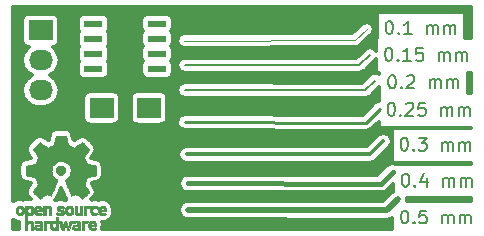
<source format=gbr>
G04 #@! TF.FileFunction,Copper,L1,Top,Signal*
%FSLAX46Y46*%
G04 Gerber Fmt 4.6, Leading zero omitted, Abs format (unit mm)*
G04 Created by KiCad (PCBNEW 4.0.7-e2-6376~60~ubuntu17.10.1) date Wed Apr  4 15:54:22 2018*
%MOMM*%
%LPD*%
G01*
G04 APERTURE LIST*
%ADD10C,0.100000*%
%ADD11C,0.150000*%
%ADD12C,0.010000*%
%ADD13R,1.550000X0.600000*%
%ADD14R,2.000000X1.700000*%
%ADD15R,2.032000X1.727200*%
%ADD16O,2.032000X1.727200*%
%ADD17C,0.500000*%
%ADD18C,0.400000*%
%ADD19C,0.300000*%
%ADD20C,0.250000*%
%ADD21C,0.200000*%
G04 APERTURE END LIST*
D10*
D11*
X33920771Y2423561D02*
X34025532Y2423561D01*
X34130294Y2371180D01*
X34182675Y2318799D01*
X34235056Y2214037D01*
X34287437Y2004513D01*
X34287437Y1742609D01*
X34235056Y1533085D01*
X34182675Y1428323D01*
X34130294Y1375942D01*
X34025532Y1323561D01*
X33920771Y1323561D01*
X33816009Y1375942D01*
X33763628Y1428323D01*
X33711247Y1533085D01*
X33658866Y1742609D01*
X33658866Y2004513D01*
X33711247Y2214037D01*
X33763628Y2318799D01*
X33816009Y2371180D01*
X33920771Y2423561D01*
X34758866Y1428323D02*
X34811247Y1375942D01*
X34758866Y1323561D01*
X34706485Y1375942D01*
X34758866Y1428323D01*
X34758866Y1323561D01*
X35806485Y2423561D02*
X35282676Y2423561D01*
X35230295Y1899751D01*
X35282676Y1952132D01*
X35387438Y2004513D01*
X35649342Y2004513D01*
X35754104Y1952132D01*
X35806485Y1899751D01*
X35858866Y1794990D01*
X35858866Y1533085D01*
X35806485Y1428323D01*
X35754104Y1375942D01*
X35649342Y1323561D01*
X35387438Y1323561D01*
X35282676Y1375942D01*
X35230295Y1428323D01*
X37168390Y1323561D02*
X37168390Y2056894D01*
X37168390Y1952132D02*
X37220771Y2004513D01*
X37325533Y2056894D01*
X37482675Y2056894D01*
X37587437Y2004513D01*
X37639818Y1899751D01*
X37639818Y1323561D01*
X37639818Y1899751D02*
X37692199Y2004513D01*
X37796961Y2056894D01*
X37954104Y2056894D01*
X38058866Y2004513D01*
X38111247Y1899751D01*
X38111247Y1323561D01*
X38635057Y1323561D02*
X38635057Y2056894D01*
X38635057Y1952132D02*
X38687438Y2004513D01*
X38792200Y2056894D01*
X38949342Y2056894D01*
X39054104Y2004513D01*
X39106485Y1899751D01*
X39106485Y1323561D01*
X39106485Y1899751D02*
X39158866Y2004513D01*
X39263628Y2056894D01*
X39420771Y2056894D01*
X39525533Y2004513D01*
X39577914Y1899751D01*
X39577914Y1323561D01*
X34002051Y5552841D02*
X34106812Y5552841D01*
X34211574Y5500460D01*
X34263955Y5448079D01*
X34316336Y5343317D01*
X34368717Y5133793D01*
X34368717Y4871889D01*
X34316336Y4662365D01*
X34263955Y4557603D01*
X34211574Y4505222D01*
X34106812Y4452841D01*
X34002051Y4452841D01*
X33897289Y4505222D01*
X33844908Y4557603D01*
X33792527Y4662365D01*
X33740146Y4871889D01*
X33740146Y5133793D01*
X33792527Y5343317D01*
X33844908Y5448079D01*
X33897289Y5500460D01*
X34002051Y5552841D01*
X34840146Y4557603D02*
X34892527Y4505222D01*
X34840146Y4452841D01*
X34787765Y4505222D01*
X34840146Y4557603D01*
X34840146Y4452841D01*
X35835384Y5186174D02*
X35835384Y4452841D01*
X35573480Y5605222D02*
X35311575Y4819508D01*
X35992527Y4819508D01*
X37249670Y4452841D02*
X37249670Y5186174D01*
X37249670Y5081412D02*
X37302051Y5133793D01*
X37406813Y5186174D01*
X37563955Y5186174D01*
X37668717Y5133793D01*
X37721098Y5029031D01*
X37721098Y4452841D01*
X37721098Y5029031D02*
X37773479Y5133793D01*
X37878241Y5186174D01*
X38035384Y5186174D01*
X38140146Y5133793D01*
X38192527Y5029031D01*
X38192527Y4452841D01*
X38716337Y4452841D02*
X38716337Y5186174D01*
X38716337Y5081412D02*
X38768718Y5133793D01*
X38873480Y5186174D01*
X39030622Y5186174D01*
X39135384Y5133793D01*
X39187765Y5029031D01*
X39187765Y4452841D01*
X39187765Y5029031D02*
X39240146Y5133793D01*
X39344908Y5186174D01*
X39502051Y5186174D01*
X39606813Y5133793D01*
X39659194Y5029031D01*
X39659194Y4452841D01*
X33890291Y8588141D02*
X33995052Y8588141D01*
X34099814Y8535760D01*
X34152195Y8483379D01*
X34204576Y8378617D01*
X34256957Y8169093D01*
X34256957Y7907189D01*
X34204576Y7697665D01*
X34152195Y7592903D01*
X34099814Y7540522D01*
X33995052Y7488141D01*
X33890291Y7488141D01*
X33785529Y7540522D01*
X33733148Y7592903D01*
X33680767Y7697665D01*
X33628386Y7907189D01*
X33628386Y8169093D01*
X33680767Y8378617D01*
X33733148Y8483379D01*
X33785529Y8535760D01*
X33890291Y8588141D01*
X34728386Y7592903D02*
X34780767Y7540522D01*
X34728386Y7488141D01*
X34676005Y7540522D01*
X34728386Y7592903D01*
X34728386Y7488141D01*
X35147434Y8588141D02*
X35828386Y8588141D01*
X35461720Y8169093D01*
X35618862Y8169093D01*
X35723624Y8116712D01*
X35776005Y8064331D01*
X35828386Y7959570D01*
X35828386Y7697665D01*
X35776005Y7592903D01*
X35723624Y7540522D01*
X35618862Y7488141D01*
X35304577Y7488141D01*
X35199815Y7540522D01*
X35147434Y7592903D01*
X37137910Y7488141D02*
X37137910Y8221474D01*
X37137910Y8116712D02*
X37190291Y8169093D01*
X37295053Y8221474D01*
X37452195Y8221474D01*
X37556957Y8169093D01*
X37609338Y8064331D01*
X37609338Y7488141D01*
X37609338Y8064331D02*
X37661719Y8169093D01*
X37766481Y8221474D01*
X37923624Y8221474D01*
X38028386Y8169093D01*
X38080767Y8064331D01*
X38080767Y7488141D01*
X38604577Y7488141D02*
X38604577Y8221474D01*
X38604577Y8116712D02*
X38656958Y8169093D01*
X38761720Y8221474D01*
X38918862Y8221474D01*
X39023624Y8169093D01*
X39076005Y8064331D01*
X39076005Y7488141D01*
X39076005Y8064331D02*
X39128386Y8169093D01*
X39233148Y8221474D01*
X39390291Y8221474D01*
X39495053Y8169093D01*
X39547434Y8064331D01*
X39547434Y7488141D01*
X32784821Y11539621D02*
X32889582Y11539621D01*
X32994344Y11487240D01*
X33046725Y11434859D01*
X33099106Y11330097D01*
X33151487Y11120573D01*
X33151487Y10858669D01*
X33099106Y10649145D01*
X33046725Y10544383D01*
X32994344Y10492002D01*
X32889582Y10439621D01*
X32784821Y10439621D01*
X32680059Y10492002D01*
X32627678Y10544383D01*
X32575297Y10649145D01*
X32522916Y10858669D01*
X32522916Y11120573D01*
X32575297Y11330097D01*
X32627678Y11434859D01*
X32680059Y11487240D01*
X32784821Y11539621D01*
X33622916Y10544383D02*
X33675297Y10492002D01*
X33622916Y10439621D01*
X33570535Y10492002D01*
X33622916Y10544383D01*
X33622916Y10439621D01*
X34094345Y11434859D02*
X34146726Y11487240D01*
X34251488Y11539621D01*
X34513392Y11539621D01*
X34618154Y11487240D01*
X34670535Y11434859D01*
X34722916Y11330097D01*
X34722916Y11225335D01*
X34670535Y11068192D01*
X34041964Y10439621D01*
X34722916Y10439621D01*
X35718154Y11539621D02*
X35194345Y11539621D01*
X35141964Y11015811D01*
X35194345Y11068192D01*
X35299107Y11120573D01*
X35561011Y11120573D01*
X35665773Y11068192D01*
X35718154Y11015811D01*
X35770535Y10911050D01*
X35770535Y10649145D01*
X35718154Y10544383D01*
X35665773Y10492002D01*
X35561011Y10439621D01*
X35299107Y10439621D01*
X35194345Y10492002D01*
X35141964Y10544383D01*
X37080059Y10439621D02*
X37080059Y11172954D01*
X37080059Y11068192D02*
X37132440Y11120573D01*
X37237202Y11172954D01*
X37394344Y11172954D01*
X37499106Y11120573D01*
X37551487Y11015811D01*
X37551487Y10439621D01*
X37551487Y11015811D02*
X37603868Y11120573D01*
X37708630Y11172954D01*
X37865773Y11172954D01*
X37970535Y11120573D01*
X38022916Y11015811D01*
X38022916Y10439621D01*
X38546726Y10439621D02*
X38546726Y11172954D01*
X38546726Y11068192D02*
X38599107Y11120573D01*
X38703869Y11172954D01*
X38861011Y11172954D01*
X38965773Y11120573D01*
X39018154Y11015811D01*
X39018154Y10439621D01*
X39018154Y11015811D02*
X39070535Y11120573D01*
X39175297Y11172954D01*
X39332440Y11172954D01*
X39437202Y11120573D01*
X39489583Y11015811D01*
X39489583Y10439621D01*
X32864131Y13884041D02*
X32968892Y13884041D01*
X33073654Y13831660D01*
X33126035Y13779279D01*
X33178416Y13674517D01*
X33230797Y13464993D01*
X33230797Y13203089D01*
X33178416Y12993565D01*
X33126035Y12888803D01*
X33073654Y12836422D01*
X32968892Y12784041D01*
X32864131Y12784041D01*
X32759369Y12836422D01*
X32706988Y12888803D01*
X32654607Y12993565D01*
X32602226Y13203089D01*
X32602226Y13464993D01*
X32654607Y13674517D01*
X32706988Y13779279D01*
X32759369Y13831660D01*
X32864131Y13884041D01*
X33702226Y12888803D02*
X33754607Y12836422D01*
X33702226Y12784041D01*
X33649845Y12836422D01*
X33702226Y12888803D01*
X33702226Y12784041D01*
X34173655Y13779279D02*
X34226036Y13831660D01*
X34330798Y13884041D01*
X34592702Y13884041D01*
X34697464Y13831660D01*
X34749845Y13779279D01*
X34802226Y13674517D01*
X34802226Y13569755D01*
X34749845Y13412612D01*
X34121274Y12784041D01*
X34802226Y12784041D01*
X36111750Y12784041D02*
X36111750Y13517374D01*
X36111750Y13412612D02*
X36164131Y13464993D01*
X36268893Y13517374D01*
X36426035Y13517374D01*
X36530797Y13464993D01*
X36583178Y13360231D01*
X36583178Y12784041D01*
X36583178Y13360231D02*
X36635559Y13464993D01*
X36740321Y13517374D01*
X36897464Y13517374D01*
X37002226Y13464993D01*
X37054607Y13360231D01*
X37054607Y12784041D01*
X37578417Y12784041D02*
X37578417Y13517374D01*
X37578417Y13412612D02*
X37630798Y13464993D01*
X37735560Y13517374D01*
X37892702Y13517374D01*
X37997464Y13464993D01*
X38049845Y13360231D01*
X38049845Y12784041D01*
X38049845Y13360231D02*
X38102226Y13464993D01*
X38206988Y13517374D01*
X38364131Y13517374D01*
X38468893Y13464993D01*
X38521274Y13360231D01*
X38521274Y12784041D01*
X32563841Y16200521D02*
X32668602Y16200521D01*
X32773364Y16148140D01*
X32825745Y16095759D01*
X32878126Y15990997D01*
X32930507Y15781473D01*
X32930507Y15519569D01*
X32878126Y15310045D01*
X32825745Y15205283D01*
X32773364Y15152902D01*
X32668602Y15100521D01*
X32563841Y15100521D01*
X32459079Y15152902D01*
X32406698Y15205283D01*
X32354317Y15310045D01*
X32301936Y15519569D01*
X32301936Y15781473D01*
X32354317Y15990997D01*
X32406698Y16095759D01*
X32459079Y16148140D01*
X32563841Y16200521D01*
X33401936Y15205283D02*
X33454317Y15152902D01*
X33401936Y15100521D01*
X33349555Y15152902D01*
X33401936Y15205283D01*
X33401936Y15100521D01*
X34501936Y15100521D02*
X33873365Y15100521D01*
X34187651Y15100521D02*
X34187651Y16200521D01*
X34082889Y16043378D01*
X33978127Y15938616D01*
X33873365Y15886235D01*
X35497174Y16200521D02*
X34973365Y16200521D01*
X34920984Y15676711D01*
X34973365Y15729092D01*
X35078127Y15781473D01*
X35340031Y15781473D01*
X35444793Y15729092D01*
X35497174Y15676711D01*
X35549555Y15571950D01*
X35549555Y15310045D01*
X35497174Y15205283D01*
X35444793Y15152902D01*
X35340031Y15100521D01*
X35078127Y15100521D01*
X34973365Y15152902D01*
X34920984Y15205283D01*
X36859079Y15100521D02*
X36859079Y15833854D01*
X36859079Y15729092D02*
X36911460Y15781473D01*
X37016222Y15833854D01*
X37173364Y15833854D01*
X37278126Y15781473D01*
X37330507Y15676711D01*
X37330507Y15100521D01*
X37330507Y15676711D02*
X37382888Y15781473D01*
X37487650Y15833854D01*
X37644793Y15833854D01*
X37749555Y15781473D01*
X37801936Y15676711D01*
X37801936Y15100521D01*
X38325746Y15100521D02*
X38325746Y15833854D01*
X38325746Y15729092D02*
X38378127Y15781473D01*
X38482889Y15833854D01*
X38640031Y15833854D01*
X38744793Y15781473D01*
X38797174Y15676711D01*
X38797174Y15100521D01*
X38797174Y15676711D02*
X38849555Y15781473D01*
X38954317Y15833854D01*
X39111460Y15833854D01*
X39216222Y15781473D01*
X39268603Y15676711D01*
X39268603Y15100521D01*
X32620291Y18476361D02*
X32725052Y18476361D01*
X32829814Y18423980D01*
X32882195Y18371599D01*
X32934576Y18266837D01*
X32986957Y18057313D01*
X32986957Y17795409D01*
X32934576Y17585885D01*
X32882195Y17481123D01*
X32829814Y17428742D01*
X32725052Y17376361D01*
X32620291Y17376361D01*
X32515529Y17428742D01*
X32463148Y17481123D01*
X32410767Y17585885D01*
X32358386Y17795409D01*
X32358386Y18057313D01*
X32410767Y18266837D01*
X32463148Y18371599D01*
X32515529Y18423980D01*
X32620291Y18476361D01*
X33458386Y17481123D02*
X33510767Y17428742D01*
X33458386Y17376361D01*
X33406005Y17428742D01*
X33458386Y17481123D01*
X33458386Y17376361D01*
X34558386Y17376361D02*
X33929815Y17376361D01*
X34244101Y17376361D02*
X34244101Y18476361D01*
X34139339Y18319218D01*
X34034577Y18214456D01*
X33929815Y18162075D01*
X35867910Y17376361D02*
X35867910Y18109694D01*
X35867910Y18004932D02*
X35920291Y18057313D01*
X36025053Y18109694D01*
X36182195Y18109694D01*
X36286957Y18057313D01*
X36339338Y17952551D01*
X36339338Y17376361D01*
X36339338Y17952551D02*
X36391719Y18057313D01*
X36496481Y18109694D01*
X36653624Y18109694D01*
X36758386Y18057313D01*
X36810767Y17952551D01*
X36810767Y17376361D01*
X37334577Y17376361D02*
X37334577Y18109694D01*
X37334577Y18004932D02*
X37386958Y18057313D01*
X37491720Y18109694D01*
X37648862Y18109694D01*
X37753624Y18057313D01*
X37806005Y17952551D01*
X37806005Y17376361D01*
X37806005Y17952551D02*
X37858386Y18057313D01*
X37963148Y18109694D01*
X38120291Y18109694D01*
X38225053Y18057313D01*
X38277434Y17952551D01*
X38277434Y17376361D01*
D12*
G36*
X2342700Y2810032D02*
X2377932Y2792626D01*
X2421380Y2762294D01*
X2453046Y2729217D01*
X2474734Y2687683D01*
X2488243Y2631978D01*
X2495378Y2556389D01*
X2497940Y2455204D01*
X2498090Y2411703D01*
X2497652Y2316365D01*
X2495836Y2248229D01*
X2491885Y2201082D01*
X2485042Y2168710D01*
X2474551Y2144900D01*
X2463636Y2128657D01*
X2393959Y2059548D01*
X2311906Y2017979D01*
X2223390Y2005477D01*
X2134321Y2023566D01*
X2106103Y2036358D01*
X2038550Y2071569D01*
X2038550Y1519800D01*
X2087852Y1545295D01*
X2152813Y1565020D01*
X2232660Y1570073D01*
X2312392Y1560744D01*
X2372605Y1539786D01*
X2422548Y1499873D01*
X2465221Y1442759D01*
X2468430Y1436895D01*
X2481962Y1409273D01*
X2491845Y1381432D01*
X2498649Y1347706D01*
X2502941Y1302429D01*
X2505291Y1239938D01*
X2506268Y1154565D01*
X2506445Y1058490D01*
X2506445Y751974D01*
X2322629Y751974D01*
X2322629Y1317161D01*
X2271215Y1360423D01*
X2217806Y1395028D01*
X2167228Y1401320D01*
X2116370Y1385128D01*
X2089265Y1369273D01*
X2069091Y1346690D01*
X2054743Y1312560D01*
X2045116Y1262066D01*
X2039103Y1190389D01*
X2035600Y1092712D01*
X2034366Y1027698D01*
X2030195Y760329D01*
X1942465Y755278D01*
X1854734Y750227D01*
X1854734Y2409399D01*
X2038550Y2409399D01*
X2043236Y2316900D01*
X2059028Y2252691D01*
X2088523Y2212741D01*
X2134320Y2193020D01*
X2180590Y2189079D01*
X2232968Y2193608D01*
X2267730Y2211431D01*
X2289468Y2234981D01*
X2306580Y2260311D01*
X2316767Y2288531D01*
X2321300Y2328069D01*
X2321449Y2387358D01*
X2319924Y2437002D01*
X2316421Y2511790D01*
X2311207Y2560889D01*
X2302427Y2592033D01*
X2288226Y2612955D01*
X2274824Y2625048D01*
X2218827Y2651419D01*
X2152551Y2655678D01*
X2114496Y2646594D01*
X2076817Y2614304D01*
X2051859Y2551494D01*
X2039762Y2458606D01*
X2038550Y2409399D01*
X1854734Y2409399D01*
X1854734Y2824079D01*
X1946642Y2824079D01*
X2001823Y2821897D01*
X2030292Y2814149D01*
X2038546Y2799032D01*
X2038550Y2798584D01*
X2042380Y2783780D01*
X2059273Y2785461D01*
X2092859Y2801728D01*
X2171118Y2826613D01*
X2259167Y2829229D01*
X2342700Y2810032D01*
X2342700Y2810032D01*
G37*
X2342700Y2810032D02*
X2377932Y2792626D01*
X2421380Y2762294D01*
X2453046Y2729217D01*
X2474734Y2687683D01*
X2488243Y2631978D01*
X2495378Y2556389D01*
X2497940Y2455204D01*
X2498090Y2411703D01*
X2497652Y2316365D01*
X2495836Y2248229D01*
X2491885Y2201082D01*
X2485042Y2168710D01*
X2474551Y2144900D01*
X2463636Y2128657D01*
X2393959Y2059548D01*
X2311906Y2017979D01*
X2223390Y2005477D01*
X2134321Y2023566D01*
X2106103Y2036358D01*
X2038550Y2071569D01*
X2038550Y1519800D01*
X2087852Y1545295D01*
X2152813Y1565020D01*
X2232660Y1570073D01*
X2312392Y1560744D01*
X2372605Y1539786D01*
X2422548Y1499873D01*
X2465221Y1442759D01*
X2468430Y1436895D01*
X2481962Y1409273D01*
X2491845Y1381432D01*
X2498649Y1347706D01*
X2502941Y1302429D01*
X2505291Y1239938D01*
X2506268Y1154565D01*
X2506445Y1058490D01*
X2506445Y751974D01*
X2322629Y751974D01*
X2322629Y1317161D01*
X2271215Y1360423D01*
X2217806Y1395028D01*
X2167228Y1401320D01*
X2116370Y1385128D01*
X2089265Y1369273D01*
X2069091Y1346690D01*
X2054743Y1312560D01*
X2045116Y1262066D01*
X2039103Y1190389D01*
X2035600Y1092712D01*
X2034366Y1027698D01*
X2030195Y760329D01*
X1942465Y755278D01*
X1854734Y750227D01*
X1854734Y2409399D01*
X2038550Y2409399D01*
X2043236Y2316900D01*
X2059028Y2252691D01*
X2088523Y2212741D01*
X2134320Y2193020D01*
X2180590Y2189079D01*
X2232968Y2193608D01*
X2267730Y2211431D01*
X2289468Y2234981D01*
X2306580Y2260311D01*
X2316767Y2288531D01*
X2321300Y2328069D01*
X2321449Y2387358D01*
X2319924Y2437002D01*
X2316421Y2511790D01*
X2311207Y2560889D01*
X2302427Y2592033D01*
X2288226Y2612955D01*
X2274824Y2625048D01*
X2218827Y2651419D01*
X2152551Y2655678D01*
X2114496Y2646594D01*
X2076817Y2614304D01*
X2051859Y2551494D01*
X2039762Y2458606D01*
X2038550Y2409399D01*
X1854734Y2409399D01*
X1854734Y2824079D01*
X1946642Y2824079D01*
X2001823Y2821897D01*
X2030292Y2814149D01*
X2038546Y2799032D01*
X2038550Y2798584D01*
X2042380Y2783780D01*
X2059273Y2785461D01*
X2092859Y2801728D01*
X2171118Y2826613D01*
X2259167Y2829229D01*
X2342700Y2810032D01*
G36*
X3039797Y1564316D02*
X3118410Y1543340D01*
X3178256Y1505320D01*
X3220487Y1455522D01*
X3233615Y1434270D01*
X3243308Y1412008D01*
X3250084Y1383530D01*
X3254463Y1343629D01*
X3256964Y1287099D01*
X3258108Y1208733D01*
X3258412Y1103324D01*
X3258418Y1075358D01*
X3258418Y751974D01*
X3178208Y751974D01*
X3127046Y755557D01*
X3089217Y764634D01*
X3079739Y770232D01*
X3053828Y779894D01*
X3027364Y770232D01*
X2983792Y758170D01*
X2920500Y753315D01*
X2850350Y755422D01*
X2786200Y764244D01*
X2748747Y775563D01*
X2676273Y822088D01*
X2630980Y886654D01*
X2610618Y972500D01*
X2610428Y974704D01*
X2612215Y1012787D01*
X2773813Y1012787D01*
X2787941Y969470D01*
X2810952Y945092D01*
X2857144Y926655D01*
X2918115Y919295D01*
X2980289Y922917D01*
X3030091Y937426D01*
X3044043Y946735D01*
X3068425Y989747D01*
X3074603Y1038643D01*
X3074603Y1102895D01*
X2982158Y1102895D01*
X2894335Y1096134D01*
X2827758Y1076980D01*
X2786342Y1047124D01*
X2773813Y1012787D01*
X2612215Y1012787D01*
X2614830Y1068496D01*
X2645764Y1142653D01*
X2703921Y1198733D01*
X2711960Y1203835D01*
X2746503Y1220445D01*
X2789258Y1230504D01*
X2849026Y1235393D01*
X2920030Y1236517D01*
X3074603Y1236579D01*
X3074603Y1301375D01*
X3068046Y1351650D01*
X3051315Y1385331D01*
X3049356Y1387124D01*
X3012123Y1401858D01*
X2955920Y1407569D01*
X2893807Y1404763D01*
X2838850Y1393944D01*
X2806239Y1377718D01*
X2788568Y1364720D01*
X2769909Y1362238D01*
X2744159Y1372887D01*
X2705213Y1399282D01*
X2646970Y1444035D01*
X2641624Y1448227D01*
X2644363Y1463740D01*
X2667216Y1489540D01*
X2701949Y1518211D01*
X2740330Y1542334D01*
X2752388Y1548030D01*
X2796374Y1559397D01*
X2860827Y1567505D01*
X2932837Y1570757D01*
X2936204Y1570764D01*
X3039797Y1564316D01*
X3039797Y1564316D01*
G37*
X3039797Y1564316D02*
X3118410Y1543340D01*
X3178256Y1505320D01*
X3220487Y1455522D01*
X3233615Y1434270D01*
X3243308Y1412008D01*
X3250084Y1383530D01*
X3254463Y1343629D01*
X3256964Y1287099D01*
X3258108Y1208733D01*
X3258412Y1103324D01*
X3258418Y1075358D01*
X3258418Y751974D01*
X3178208Y751974D01*
X3127046Y755557D01*
X3089217Y764634D01*
X3079739Y770232D01*
X3053828Y779894D01*
X3027364Y770232D01*
X2983792Y758170D01*
X2920500Y753315D01*
X2850350Y755422D01*
X2786200Y764244D01*
X2748747Y775563D01*
X2676273Y822088D01*
X2630980Y886654D01*
X2610618Y972500D01*
X2610428Y974704D01*
X2612215Y1012787D01*
X2773813Y1012787D01*
X2787941Y969470D01*
X2810952Y945092D01*
X2857144Y926655D01*
X2918115Y919295D01*
X2980289Y922917D01*
X3030091Y937426D01*
X3044043Y946735D01*
X3068425Y989747D01*
X3074603Y1038643D01*
X3074603Y1102895D01*
X2982158Y1102895D01*
X2894335Y1096134D01*
X2827758Y1076980D01*
X2786342Y1047124D01*
X2773813Y1012787D01*
X2612215Y1012787D01*
X2614830Y1068496D01*
X2645764Y1142653D01*
X2703921Y1198733D01*
X2711960Y1203835D01*
X2746503Y1220445D01*
X2789258Y1230504D01*
X2849026Y1235393D01*
X2920030Y1236517D01*
X3074603Y1236579D01*
X3074603Y1301375D01*
X3068046Y1351650D01*
X3051315Y1385331D01*
X3049356Y1387124D01*
X3012123Y1401858D01*
X2955920Y1407569D01*
X2893807Y1404763D01*
X2838850Y1393944D01*
X2806239Y1377718D01*
X2788568Y1364720D01*
X2769909Y1362238D01*
X2744159Y1372887D01*
X2705213Y1399282D01*
X2646970Y1444035D01*
X2641624Y1448227D01*
X2644363Y1463740D01*
X2667216Y1489540D01*
X2701949Y1518211D01*
X2740330Y1542334D01*
X2752388Y1548030D01*
X2796374Y1559397D01*
X2860827Y1567505D01*
X2932837Y1570757D01*
X2936204Y1570764D01*
X3039797Y1564316D01*
G36*
X3559221Y1569014D02*
X3584228Y1561518D01*
X3592290Y1545049D01*
X3592629Y1537614D01*
X3594076Y1516906D01*
X3604038Y1513655D01*
X3630952Y1527852D01*
X3646938Y1537552D01*
X3697373Y1558325D01*
X3757612Y1568596D01*
X3820774Y1569386D01*
X3879977Y1561714D01*
X3928342Y1546602D01*
X3958986Y1525068D01*
X3965029Y1498134D01*
X3961979Y1490840D01*
X3939746Y1460563D01*
X3905270Y1423325D01*
X3899034Y1417305D01*
X3866173Y1389625D01*
X3837820Y1380682D01*
X3798167Y1386924D01*
X3782282Y1391071D01*
X3732849Y1401033D01*
X3698092Y1396553D01*
X3668740Y1380754D01*
X3641853Y1359551D01*
X3622050Y1332886D01*
X3608288Y1295673D01*
X3599524Y1242827D01*
X3594714Y1169263D01*
X3592814Y1069895D01*
X3592629Y1009899D01*
X3592629Y751974D01*
X3425524Y751974D01*
X3425524Y1570790D01*
X3509076Y1570790D01*
X3559221Y1569014D01*
X3559221Y1569014D01*
G37*
X3559221Y1569014D02*
X3584228Y1561518D01*
X3592290Y1545049D01*
X3592629Y1537614D01*
X3594076Y1516906D01*
X3604038Y1513655D01*
X3630952Y1527852D01*
X3646938Y1537552D01*
X3697373Y1558325D01*
X3757612Y1568596D01*
X3820774Y1569386D01*
X3879977Y1561714D01*
X3928342Y1546602D01*
X3958986Y1525068D01*
X3965029Y1498134D01*
X3961979Y1490840D01*
X3939746Y1460563D01*
X3905270Y1423325D01*
X3899034Y1417305D01*
X3866173Y1389625D01*
X3837820Y1380682D01*
X3798167Y1386924D01*
X3782282Y1391071D01*
X3732849Y1401033D01*
X3698092Y1396553D01*
X3668740Y1380754D01*
X3641853Y1359551D01*
X3622050Y1332886D01*
X3608288Y1295673D01*
X3599524Y1242827D01*
X3594714Y1169263D01*
X3592814Y1069895D01*
X3592629Y1009899D01*
X3592629Y751974D01*
X3425524Y751974D01*
X3425524Y1570790D01*
X3509076Y1570790D01*
X3559221Y1569014D01*
G36*
X4611971Y751974D02*
X4520063Y751974D01*
X4466717Y753538D01*
X4438933Y760015D01*
X4428930Y774082D01*
X4428155Y783594D01*
X4426468Y802668D01*
X4415830Y806326D01*
X4387875Y794568D01*
X4366135Y783594D01*
X4282672Y757589D01*
X4191944Y756084D01*
X4118182Y775479D01*
X4049494Y822335D01*
X3997134Y891496D01*
X3968462Y973073D01*
X3967732Y977634D01*
X3963472Y1027399D01*
X3961354Y1098841D01*
X3961524Y1152874D01*
X4144060Y1152874D01*
X4148289Y1081059D01*
X4157908Y1021866D01*
X4170930Y988440D01*
X4220196Y942760D01*
X4278690Y926385D01*
X4339011Y939627D01*
X4390557Y979127D01*
X4410078Y1005693D01*
X4421492Y1037394D01*
X4426838Y1083668D01*
X4428155Y1153172D01*
X4425798Y1222001D01*
X4419573Y1282474D01*
X4410748Y1322944D01*
X4409277Y1326571D01*
X4373687Y1369698D01*
X4321740Y1393376D01*
X4263618Y1397199D01*
X4209500Y1380762D01*
X4169566Y1343660D01*
X4165423Y1336278D01*
X4152456Y1291261D01*
X4145392Y1226533D01*
X4144060Y1152874D01*
X3961524Y1152874D01*
X3961611Y1180270D01*
X3962812Y1224095D01*
X3970985Y1332512D01*
X3987970Y1413912D01*
X4016227Y1474088D01*
X4058212Y1518834D01*
X4098972Y1545100D01*
X4155921Y1563565D01*
X4226751Y1569898D01*
X4299281Y1564740D01*
X4361326Y1548731D01*
X4394108Y1529580D01*
X4428155Y1498768D01*
X4428155Y1888290D01*
X4611971Y1888290D01*
X4611971Y751974D01*
X4611971Y751974D01*
G37*
X4611971Y751974D02*
X4520063Y751974D01*
X4466717Y753538D01*
X4438933Y760015D01*
X4428930Y774082D01*
X4428155Y783594D01*
X4426468Y802668D01*
X4415830Y806326D01*
X4387875Y794568D01*
X4366135Y783594D01*
X4282672Y757589D01*
X4191944Y756084D01*
X4118182Y775479D01*
X4049494Y822335D01*
X3997134Y891496D01*
X3968462Y973073D01*
X3967732Y977634D01*
X3963472Y1027399D01*
X3961354Y1098841D01*
X3961524Y1152874D01*
X4144060Y1152874D01*
X4148289Y1081059D01*
X4157908Y1021866D01*
X4170930Y988440D01*
X4220196Y942760D01*
X4278690Y926385D01*
X4339011Y939627D01*
X4390557Y979127D01*
X4410078Y1005693D01*
X4421492Y1037394D01*
X4426838Y1083668D01*
X4428155Y1153172D01*
X4425798Y1222001D01*
X4419573Y1282474D01*
X4410748Y1322944D01*
X4409277Y1326571D01*
X4373687Y1369698D01*
X4321740Y1393376D01*
X4263618Y1397199D01*
X4209500Y1380762D01*
X4169566Y1343660D01*
X4165423Y1336278D01*
X4152456Y1291261D01*
X4145392Y1226533D01*
X4144060Y1152874D01*
X3961524Y1152874D01*
X3961611Y1180270D01*
X3962812Y1224095D01*
X3970985Y1332512D01*
X3987970Y1413912D01*
X4016227Y1474088D01*
X4058212Y1518834D01*
X4098972Y1545100D01*
X4155921Y1563565D01*
X4226751Y1569898D01*
X4299281Y1564740D01*
X4361326Y1548731D01*
X4394108Y1529580D01*
X4428155Y1498768D01*
X4428155Y1888290D01*
X4611971Y1888290D01*
X4611971Y751974D01*
G36*
X5253470Y1567396D02*
X5319560Y1562434D01*
X5405966Y1303421D01*
X5492371Y1044408D01*
X5519464Y1136316D01*
X5535768Y1193116D01*
X5557215Y1269875D01*
X5580375Y1354249D01*
X5592620Y1399507D01*
X5638684Y1570790D01*
X5828727Y1570790D01*
X5771922Y1391151D01*
X5743947Y1302796D01*
X5710153Y1196219D01*
X5674860Y1085046D01*
X5643353Y985921D01*
X5571590Y760329D01*
X5416626Y750247D01*
X5374610Y888972D01*
X5348699Y975149D01*
X5320423Y1070153D01*
X5295709Y1154059D01*
X5294734Y1157398D01*
X5276275Y1214252D01*
X5259989Y1253044D01*
X5248582Y1267713D01*
X5246238Y1266017D01*
X5238011Y1243275D01*
X5222378Y1194560D01*
X5201244Y1125998D01*
X5176510Y1043715D01*
X5163127Y998454D01*
X5090651Y751974D01*
X4936835Y751974D01*
X4813871Y1140494D01*
X4779328Y1249478D01*
X4747861Y1348452D01*
X4720956Y1432764D01*
X4700099Y1497766D01*
X4686778Y1538808D01*
X4682728Y1550799D01*
X4685934Y1563077D01*
X4711105Y1568454D01*
X4763486Y1567916D01*
X4771685Y1567510D01*
X4868822Y1562434D01*
X4932440Y1328487D01*
X4955824Y1243167D01*
X4976721Y1168165D01*
X4993291Y1109993D01*
X5003694Y1075163D01*
X5005616Y1069484D01*
X5013581Y1076014D01*
X5029644Y1109846D01*
X5051961Y1166373D01*
X5078685Y1240990D01*
X5101277Y1308393D01*
X5187381Y1572357D01*
X5253470Y1567396D01*
X5253470Y1567396D01*
G37*
X5253470Y1567396D02*
X5319560Y1562434D01*
X5405966Y1303421D01*
X5492371Y1044408D01*
X5519464Y1136316D01*
X5535768Y1193116D01*
X5557215Y1269875D01*
X5580375Y1354249D01*
X5592620Y1399507D01*
X5638684Y1570790D01*
X5828727Y1570790D01*
X5771922Y1391151D01*
X5743947Y1302796D01*
X5710153Y1196219D01*
X5674860Y1085046D01*
X5643353Y985921D01*
X5571590Y760329D01*
X5416626Y750247D01*
X5374610Y888972D01*
X5348699Y975149D01*
X5320423Y1070153D01*
X5295709Y1154059D01*
X5294734Y1157398D01*
X5276275Y1214252D01*
X5259989Y1253044D01*
X5248582Y1267713D01*
X5246238Y1266017D01*
X5238011Y1243275D01*
X5222378Y1194560D01*
X5201244Y1125998D01*
X5176510Y1043715D01*
X5163127Y998454D01*
X5090651Y751974D01*
X4936835Y751974D01*
X4813871Y1140494D01*
X4779328Y1249478D01*
X4747861Y1348452D01*
X4720956Y1432764D01*
X4700099Y1497766D01*
X4686778Y1538808D01*
X4682728Y1550799D01*
X4685934Y1563077D01*
X4711105Y1568454D01*
X4763486Y1567916D01*
X4771685Y1567510D01*
X4868822Y1562434D01*
X4932440Y1328487D01*
X4955824Y1243167D01*
X4976721Y1168165D01*
X4993291Y1109993D01*
X5003694Y1075163D01*
X5005616Y1069484D01*
X5013581Y1076014D01*
X5029644Y1109846D01*
X5051961Y1166373D01*
X5078685Y1240990D01*
X5101277Y1308393D01*
X5187381Y1572357D01*
X5253470Y1567396D01*
G36*
X6259332Y1565827D02*
X6329767Y1548720D01*
X6350127Y1539656D01*
X6389593Y1515917D01*
X6419881Y1489179D01*
X6442292Y1454801D01*
X6458126Y1408140D01*
X6468683Y1344554D01*
X6475264Y1259401D01*
X6479168Y1148038D01*
X6480650Y1073651D01*
X6486105Y751974D01*
X6392920Y751974D01*
X6336387Y754344D01*
X6307262Y762445D01*
X6299734Y776049D01*
X6295760Y790759D01*
X6277992Y787946D01*
X6253780Y776152D01*
X6193168Y758073D01*
X6115269Y753201D01*
X6033335Y761170D01*
X5960621Y781611D01*
X5954099Y784449D01*
X5887642Y831135D01*
X5843831Y896036D01*
X5823672Y971900D01*
X5825212Y999156D01*
X5989685Y999156D01*
X6004177Y962476D01*
X6047145Y936191D01*
X6116469Y922083D01*
X6153517Y920210D01*
X6215259Y925006D01*
X6256300Y943642D01*
X6266313Y952500D01*
X6293440Y1000694D01*
X6299734Y1044408D01*
X6299734Y1102895D01*
X6218270Y1102895D01*
X6123574Y1098068D01*
X6057153Y1082887D01*
X6015186Y1056300D01*
X6005789Y1044448D01*
X5989685Y999156D01*
X5825212Y999156D01*
X5828169Y1051474D01*
X5858325Y1127505D01*
X5899471Y1178888D01*
X5924392Y1201103D01*
X5948788Y1215702D01*
X5980531Y1224603D01*
X6027492Y1229725D01*
X6097544Y1232985D01*
X6125330Y1233923D01*
X6299734Y1239621D01*
X6299478Y1292409D01*
X6292724Y1347897D01*
X6268304Y1381448D01*
X6218970Y1402882D01*
X6217646Y1403264D01*
X6147700Y1411692D01*
X6079254Y1400684D01*
X6028387Y1373915D01*
X6007977Y1360697D01*
X5985994Y1362526D01*
X5952166Y1381676D01*
X5932301Y1395192D01*
X5893446Y1424068D01*
X5869378Y1445714D01*
X5865516Y1451911D01*
X5881419Y1483981D01*
X5928405Y1522281D01*
X5948813Y1535203D01*
X6007483Y1557459D01*
X6086552Y1570068D01*
X6174381Y1572900D01*
X6259332Y1565827D01*
X6259332Y1565827D01*
G37*
X6259332Y1565827D02*
X6329767Y1548720D01*
X6350127Y1539656D01*
X6389593Y1515917D01*
X6419881Y1489179D01*
X6442292Y1454801D01*
X6458126Y1408140D01*
X6468683Y1344554D01*
X6475264Y1259401D01*
X6479168Y1148038D01*
X6480650Y1073651D01*
X6486105Y751974D01*
X6392920Y751974D01*
X6336387Y754344D01*
X6307262Y762445D01*
X6299734Y776049D01*
X6295760Y790759D01*
X6277992Y787946D01*
X6253780Y776152D01*
X6193168Y758073D01*
X6115269Y753201D01*
X6033335Y761170D01*
X5960621Y781611D01*
X5954099Y784449D01*
X5887642Y831135D01*
X5843831Y896036D01*
X5823672Y971900D01*
X5825212Y999156D01*
X5989685Y999156D01*
X6004177Y962476D01*
X6047145Y936191D01*
X6116469Y922083D01*
X6153517Y920210D01*
X6215259Y925006D01*
X6256300Y943642D01*
X6266313Y952500D01*
X6293440Y1000694D01*
X6299734Y1044408D01*
X6299734Y1102895D01*
X6218270Y1102895D01*
X6123574Y1098068D01*
X6057153Y1082887D01*
X6015186Y1056300D01*
X6005789Y1044448D01*
X5989685Y999156D01*
X5825212Y999156D01*
X5828169Y1051474D01*
X5858325Y1127505D01*
X5899471Y1178888D01*
X5924392Y1201103D01*
X5948788Y1215702D01*
X5980531Y1224603D01*
X6027492Y1229725D01*
X6097544Y1232985D01*
X6125330Y1233923D01*
X6299734Y1239621D01*
X6299478Y1292409D01*
X6292724Y1347897D01*
X6268304Y1381448D01*
X6218970Y1402882D01*
X6217646Y1403264D01*
X6147700Y1411692D01*
X6079254Y1400684D01*
X6028387Y1373915D01*
X6007977Y1360697D01*
X5985994Y1362526D01*
X5952166Y1381676D01*
X5932301Y1395192D01*
X5893446Y1424068D01*
X5869378Y1445714D01*
X5865516Y1451911D01*
X5881419Y1483981D01*
X5928405Y1522281D01*
X5948813Y1535203D01*
X6007483Y1557459D01*
X6086552Y1570068D01*
X6174381Y1572900D01*
X6259332Y1565827D01*
G36*
X7052507Y1571053D02*
X7116748Y1558388D01*
X7153320Y1539636D01*
X7191793Y1508483D01*
X7137057Y1439373D01*
X7103309Y1397521D01*
X7080393Y1377102D01*
X7057619Y1373983D01*
X7024296Y1384028D01*
X7008654Y1389711D01*
X6944882Y1398096D01*
X6886480Y1380122D01*
X6843604Y1339518D01*
X6836639Y1326571D01*
X6829053Y1292276D01*
X6823199Y1229073D01*
X6819351Y1141440D01*
X6817783Y1033860D01*
X6817761Y1018556D01*
X6817761Y751974D01*
X6633945Y751974D01*
X6633945Y1570790D01*
X6725853Y1570790D01*
X6778847Y1569406D01*
X6806455Y1563248D01*
X6816664Y1549306D01*
X6817761Y1536156D01*
X6817761Y1501522D01*
X6861790Y1536156D01*
X6912277Y1559784D01*
X6980100Y1571467D01*
X7052507Y1571053D01*
X7052507Y1571053D01*
G37*
X7052507Y1571053D02*
X7116748Y1558388D01*
X7153320Y1539636D01*
X7191793Y1508483D01*
X7137057Y1439373D01*
X7103309Y1397521D01*
X7080393Y1377102D01*
X7057619Y1373983D01*
X7024296Y1384028D01*
X7008654Y1389711D01*
X6944882Y1398096D01*
X6886480Y1380122D01*
X6843604Y1339518D01*
X6836639Y1326571D01*
X6829053Y1292276D01*
X6823199Y1229073D01*
X6819351Y1141440D01*
X6817783Y1033860D01*
X6817761Y1018556D01*
X6817761Y751974D01*
X6633945Y751974D01*
X6633945Y1570790D01*
X6725853Y1570790D01*
X6778847Y1569406D01*
X6806455Y1563248D01*
X6816664Y1549306D01*
X6817761Y1536156D01*
X6817761Y1501522D01*
X6861790Y1536156D01*
X6912277Y1559784D01*
X6980100Y1571467D01*
X7052507Y1571053D01*
G36*
X7580533Y1566422D02*
X7660408Y1545655D01*
X7727302Y1502795D01*
X7759691Y1470777D01*
X7812785Y1395087D01*
X7843213Y1307284D01*
X7853667Y1199350D01*
X7853720Y1190625D01*
X7853813Y1102895D01*
X7348874Y1102895D01*
X7359638Y1056941D01*
X7379072Y1015322D01*
X7413085Y971956D01*
X7420200Y965033D01*
X7481343Y927565D01*
X7551069Y921211D01*
X7631327Y945862D01*
X7644932Y952500D01*
X7686659Y972681D01*
X7714608Y984179D01*
X7719485Y985242D01*
X7736508Y974917D01*
X7768973Y949655D01*
X7785454Y935850D01*
X7819604Y904139D01*
X7830818Y883201D01*
X7823035Y863940D01*
X7818875Y858673D01*
X7790697Y835622D01*
X7744202Y807608D01*
X7711774Y791254D01*
X7619725Y762441D01*
X7517816Y753105D01*
X7421303Y764168D01*
X7394274Y772088D01*
X7310616Y816919D01*
X7248606Y885902D01*
X7207885Y979706D01*
X7188095Y1099002D01*
X7185922Y1161382D01*
X7192266Y1252202D01*
X7352497Y1252202D01*
X7367995Y1245488D01*
X7409652Y1240220D01*
X7470216Y1237111D01*
X7511247Y1236579D01*
X7585051Y1237092D01*
X7631633Y1239494D01*
X7657188Y1245078D01*
X7667909Y1255139D01*
X7669997Y1269737D01*
X7655671Y1314704D01*
X7619602Y1359147D01*
X7572155Y1393258D01*
X7524689Y1407212D01*
X7460219Y1394834D01*
X7404410Y1359048D01*
X7365714Y1307467D01*
X7352497Y1252202D01*
X7192266Y1252202D01*
X7195161Y1293634D01*
X7223676Y1399002D01*
X7272069Y1478322D01*
X7340944Y1532429D01*
X7430905Y1562157D01*
X7479640Y1567882D01*
X7580533Y1566422D01*
X7580533Y1566422D01*
G37*
X7580533Y1566422D02*
X7660408Y1545655D01*
X7727302Y1502795D01*
X7759691Y1470777D01*
X7812785Y1395087D01*
X7843213Y1307284D01*
X7853667Y1199350D01*
X7853720Y1190625D01*
X7853813Y1102895D01*
X7348874Y1102895D01*
X7359638Y1056941D01*
X7379072Y1015322D01*
X7413085Y971956D01*
X7420200Y965033D01*
X7481343Y927565D01*
X7551069Y921211D01*
X7631327Y945862D01*
X7644932Y952500D01*
X7686659Y972681D01*
X7714608Y984179D01*
X7719485Y985242D01*
X7736508Y974917D01*
X7768973Y949655D01*
X7785454Y935850D01*
X7819604Y904139D01*
X7830818Y883201D01*
X7823035Y863940D01*
X7818875Y858673D01*
X7790697Y835622D01*
X7744202Y807608D01*
X7711774Y791254D01*
X7619725Y762441D01*
X7517816Y753105D01*
X7421303Y764168D01*
X7394274Y772088D01*
X7310616Y816919D01*
X7248606Y885902D01*
X7207885Y979706D01*
X7188095Y1099002D01*
X7185922Y1161382D01*
X7192266Y1252202D01*
X7352497Y1252202D01*
X7367995Y1245488D01*
X7409652Y1240220D01*
X7470216Y1237111D01*
X7511247Y1236579D01*
X7585051Y1237092D01*
X7631633Y1239494D01*
X7657188Y1245078D01*
X7667909Y1255139D01*
X7669997Y1269737D01*
X7655671Y1314704D01*
X7619602Y1359147D01*
X7572155Y1393258D01*
X7524689Y1407212D01*
X7460219Y1394834D01*
X7404410Y1359048D01*
X7365714Y1307467D01*
X7352497Y1252202D01*
X7192266Y1252202D01*
X7195161Y1293634D01*
X7223676Y1399002D01*
X7272069Y1478322D01*
X7340944Y1532429D01*
X7430905Y1562157D01*
X7479640Y1567882D01*
X7580533Y1566422D01*
G36*
X1506124Y2815396D02*
X1593545Y2776746D01*
X1659910Y2712210D01*
X1705316Y2621688D01*
X1729858Y2505082D01*
X1731617Y2486876D01*
X1732996Y2358516D01*
X1715124Y2246004D01*
X1679090Y2154812D01*
X1659795Y2125478D01*
X1592585Y2063394D01*
X1506990Y2023184D01*
X1411230Y2006497D01*
X1313527Y2014983D01*
X1239257Y2041120D01*
X1175387Y2085165D01*
X1123186Y2142913D01*
X1122283Y2144264D01*
X1101084Y2179907D01*
X1087307Y2215748D01*
X1078964Y2260981D01*
X1074067Y2324799D01*
X1071909Y2377132D01*
X1071011Y2424590D01*
X1238083Y2424590D01*
X1239716Y2377346D01*
X1245644Y2314454D01*
X1256101Y2274093D01*
X1274959Y2245378D01*
X1292621Y2228604D01*
X1355234Y2193484D01*
X1420748Y2188790D01*
X1481761Y2214060D01*
X1512268Y2242376D01*
X1534251Y2270911D01*
X1547109Y2298216D01*
X1552752Y2333750D01*
X1553091Y2386976D01*
X1551352Y2435994D01*
X1547611Y2506018D01*
X1541681Y2551436D01*
X1530993Y2581060D01*
X1512979Y2603703D01*
X1498703Y2616645D01*
X1438991Y2650640D01*
X1374574Y2652335D01*
X1320559Y2632199D01*
X1274480Y2590148D01*
X1247029Y2521072D01*
X1238083Y2424590D01*
X1071011Y2424590D01*
X1069939Y2481201D01*
X1073304Y2559032D01*
X1083385Y2617570D01*
X1101566Y2663763D01*
X1129230Y2704558D01*
X1139486Y2716672D01*
X1203618Y2777026D01*
X1272406Y2812280D01*
X1356529Y2827050D01*
X1397549Y2828257D01*
X1506124Y2815396D01*
X1506124Y2815396D01*
G37*
X1506124Y2815396D02*
X1593545Y2776746D01*
X1659910Y2712210D01*
X1705316Y2621688D01*
X1729858Y2505082D01*
X1731617Y2486876D01*
X1732996Y2358516D01*
X1715124Y2246004D01*
X1679090Y2154812D01*
X1659795Y2125478D01*
X1592585Y2063394D01*
X1506990Y2023184D01*
X1411230Y2006497D01*
X1313527Y2014983D01*
X1239257Y2041120D01*
X1175387Y2085165D01*
X1123186Y2142913D01*
X1122283Y2144264D01*
X1101084Y2179907D01*
X1087307Y2215748D01*
X1078964Y2260981D01*
X1074067Y2324799D01*
X1071909Y2377132D01*
X1071011Y2424590D01*
X1238083Y2424590D01*
X1239716Y2377346D01*
X1245644Y2314454D01*
X1256101Y2274093D01*
X1274959Y2245378D01*
X1292621Y2228604D01*
X1355234Y2193484D01*
X1420748Y2188790D01*
X1481761Y2214060D01*
X1512268Y2242376D01*
X1534251Y2270911D01*
X1547109Y2298216D01*
X1552752Y2333750D01*
X1553091Y2386976D01*
X1551352Y2435994D01*
X1547611Y2506018D01*
X1541681Y2551436D01*
X1530993Y2581060D01*
X1512979Y2603703D01*
X1498703Y2616645D01*
X1438991Y2650640D01*
X1374574Y2652335D01*
X1320559Y2632199D01*
X1274480Y2590148D01*
X1247029Y2521072D01*
X1238083Y2424590D01*
X1071011Y2424590D01*
X1069939Y2481201D01*
X1073304Y2559032D01*
X1083385Y2617570D01*
X1101566Y2663763D01*
X1129230Y2704558D01*
X1139486Y2716672D01*
X1203618Y2777026D01*
X1272406Y2812280D01*
X1356529Y2827050D01*
X1397549Y2828257D01*
X1506124Y2815396D01*
G36*
X3076358Y2805473D02*
X3093010Y2797634D01*
X3150645Y2755414D01*
X3205145Y2693800D01*
X3245839Y2625957D01*
X3257414Y2594766D01*
X3267974Y2539051D01*
X3274271Y2471719D01*
X3275036Y2443915D01*
X3275129Y2356184D01*
X2770190Y2356184D01*
X2780953Y2310230D01*
X2807373Y2255880D01*
X2853562Y2208909D01*
X2908512Y2178652D01*
X2943529Y2172369D01*
X2991017Y2179994D01*
X3047675Y2199117D01*
X3066922Y2207916D01*
X3138099Y2243464D01*
X3198842Y2197133D01*
X3233892Y2165797D01*
X3252542Y2139933D01*
X3253487Y2132342D01*
X3236825Y2113944D01*
X3200310Y2085985D01*
X3167168Y2064173D01*
X3077733Y2024963D01*
X2977469Y2007215D01*
X2878094Y2011830D01*
X2798879Y2035949D01*
X2717220Y2087616D01*
X2659189Y2155644D01*
X2622886Y2243657D01*
X2606412Y2355284D01*
X2604951Y2406362D01*
X2610797Y2523409D01*
X2611515Y2526814D01*
X2778829Y2526814D01*
X2783437Y2515838D01*
X2802376Y2509785D01*
X2841438Y2507190D01*
X2906417Y2506590D01*
X2931437Y2506579D01*
X3007561Y2507486D01*
X3055836Y2510780D01*
X3081800Y2517319D01*
X3090988Y2527963D01*
X3091313Y2531381D01*
X3080827Y2558544D01*
X3054582Y2596597D01*
X3043299Y2609921D01*
X3001412Y2647604D01*
X2957749Y2662420D01*
X2934225Y2663658D01*
X2870583Y2648171D01*
X2817213Y2606570D01*
X2783359Y2546147D01*
X2782759Y2544178D01*
X2778829Y2526814D01*
X2611515Y2526814D01*
X2630239Y2615572D01*
X2665262Y2689310D01*
X2708096Y2741652D01*
X2787288Y2798408D01*
X2880380Y2828738D01*
X2979395Y2831479D01*
X3076358Y2805473D01*
X3076358Y2805473D01*
G37*
X3076358Y2805473D02*
X3093010Y2797634D01*
X3150645Y2755414D01*
X3205145Y2693800D01*
X3245839Y2625957D01*
X3257414Y2594766D01*
X3267974Y2539051D01*
X3274271Y2471719D01*
X3275036Y2443915D01*
X3275129Y2356184D01*
X2770190Y2356184D01*
X2780953Y2310230D01*
X2807373Y2255880D01*
X2853562Y2208909D01*
X2908512Y2178652D01*
X2943529Y2172369D01*
X2991017Y2179994D01*
X3047675Y2199117D01*
X3066922Y2207916D01*
X3138099Y2243464D01*
X3198842Y2197133D01*
X3233892Y2165797D01*
X3252542Y2139933D01*
X3253487Y2132342D01*
X3236825Y2113944D01*
X3200310Y2085985D01*
X3167168Y2064173D01*
X3077733Y2024963D01*
X2977469Y2007215D01*
X2878094Y2011830D01*
X2798879Y2035949D01*
X2717220Y2087616D01*
X2659189Y2155644D01*
X2622886Y2243657D01*
X2606412Y2355284D01*
X2604951Y2406362D01*
X2610797Y2523409D01*
X2611515Y2526814D01*
X2778829Y2526814D01*
X2783437Y2515838D01*
X2802376Y2509785D01*
X2841438Y2507190D01*
X2906417Y2506590D01*
X2931437Y2506579D01*
X3007561Y2507486D01*
X3055836Y2510780D01*
X3081800Y2517319D01*
X3090988Y2527963D01*
X3091313Y2531381D01*
X3080827Y2558544D01*
X3054582Y2596597D01*
X3043299Y2609921D01*
X3001412Y2647604D01*
X2957749Y2662420D01*
X2934225Y2663658D01*
X2870583Y2648171D01*
X2817213Y2606570D01*
X2783359Y2546147D01*
X2782759Y2544178D01*
X2778829Y2526814D01*
X2611515Y2526814D01*
X2630239Y2615572D01*
X2665262Y2689310D01*
X2708096Y2741652D01*
X2787288Y2798408D01*
X2880380Y2828738D01*
X2979395Y2831479D01*
X3076358Y2805473D01*
G36*
X4897968Y2826953D02*
X4961248Y2814952D01*
X5026897Y2789852D01*
X5033912Y2786652D01*
X5083696Y2760474D01*
X5118174Y2736147D01*
X5129318Y2720563D01*
X5118706Y2695147D01*
X5092928Y2657647D01*
X5081486Y2643648D01*
X5034332Y2588546D01*
X4973541Y2624414D01*
X4915687Y2648308D01*
X4848840Y2661080D01*
X4784734Y2661887D01*
X4735104Y2649885D01*
X4723194Y2642395D01*
X4700512Y2608050D01*
X4697756Y2568487D01*
X4714728Y2537580D01*
X4724767Y2531587D01*
X4754850Y2524143D01*
X4807729Y2515394D01*
X4872915Y2507033D01*
X4884940Y2505722D01*
X4989637Y2487612D01*
X5065572Y2456849D01*
X5115932Y2410593D01*
X5143904Y2346003D01*
X5152618Y2267113D01*
X5140580Y2177435D01*
X5101491Y2107014D01*
X5035195Y2055723D01*
X4941534Y2023433D01*
X4837563Y2010693D01*
X4752778Y2010846D01*
X4684005Y2022417D01*
X4637037Y2038391D01*
X4577690Y2066225D01*
X4522846Y2098527D01*
X4503353Y2112745D01*
X4453221Y2153665D01*
X4574143Y2276023D01*
X4642883Y2230533D01*
X4711828Y2196367D01*
X4785451Y2178496D01*
X4856223Y2176611D01*
X4916614Y2190399D01*
X4959097Y2219551D01*
X4972814Y2244148D01*
X4970757Y2283596D01*
X4936670Y2313763D01*
X4870648Y2334594D01*
X4798314Y2344221D01*
X4686992Y2362590D01*
X4604292Y2397246D01*
X4549105Y2449203D01*
X4520328Y2519477D01*
X4516341Y2602793D01*
X4536033Y2689819D01*
X4580929Y2755598D01*
X4651431Y2800432D01*
X4747941Y2824621D01*
X4819440Y2829363D01*
X4897968Y2826953D01*
X4897968Y2826953D01*
G37*
X4897968Y2826953D02*
X4961248Y2814952D01*
X5026897Y2789852D01*
X5033912Y2786652D01*
X5083696Y2760474D01*
X5118174Y2736147D01*
X5129318Y2720563D01*
X5118706Y2695147D01*
X5092928Y2657647D01*
X5081486Y2643648D01*
X5034332Y2588546D01*
X4973541Y2624414D01*
X4915687Y2648308D01*
X4848840Y2661080D01*
X4784734Y2661887D01*
X4735104Y2649885D01*
X4723194Y2642395D01*
X4700512Y2608050D01*
X4697756Y2568487D01*
X4714728Y2537580D01*
X4724767Y2531587D01*
X4754850Y2524143D01*
X4807729Y2515394D01*
X4872915Y2507033D01*
X4884940Y2505722D01*
X4989637Y2487612D01*
X5065572Y2456849D01*
X5115932Y2410593D01*
X5143904Y2346003D01*
X5152618Y2267113D01*
X5140580Y2177435D01*
X5101491Y2107014D01*
X5035195Y2055723D01*
X4941534Y2023433D01*
X4837563Y2010693D01*
X4752778Y2010846D01*
X4684005Y2022417D01*
X4637037Y2038391D01*
X4577690Y2066225D01*
X4522846Y2098527D01*
X4503353Y2112745D01*
X4453221Y2153665D01*
X4574143Y2276023D01*
X4642883Y2230533D01*
X4711828Y2196367D01*
X4785451Y2178496D01*
X4856223Y2176611D01*
X4916614Y2190399D01*
X4959097Y2219551D01*
X4972814Y2244148D01*
X4970757Y2283596D01*
X4936670Y2313763D01*
X4870648Y2334594D01*
X4798314Y2344221D01*
X4686992Y2362590D01*
X4604292Y2397246D01*
X4549105Y2449203D01*
X4520328Y2519477D01*
X4516341Y2602793D01*
X4536033Y2689819D01*
X4580929Y2755598D01*
X4651431Y2800432D01*
X4747941Y2824621D01*
X4819440Y2829363D01*
X4897968Y2826953D01*
G36*
X5691009Y2814190D02*
X5775532Y2768160D01*
X5841661Y2695494D01*
X5872818Y2636394D01*
X5886195Y2584195D01*
X5894862Y2509781D01*
X5898577Y2424058D01*
X5897094Y2337931D01*
X5890171Y2262307D01*
X5882085Y2221916D01*
X5854805Y2166660D01*
X5807560Y2107970D01*
X5750622Y2056648D01*
X5694264Y2023495D01*
X5692890Y2022969D01*
X5622956Y2008482D01*
X5540077Y2008123D01*
X5461317Y2021312D01*
X5430906Y2031883D01*
X5352579Y2076299D01*
X5296483Y2134493D01*
X5259626Y2211535D01*
X5239020Y2312499D01*
X5234358Y2365384D01*
X5234953Y2431837D01*
X5414076Y2431837D01*
X5420110Y2334870D01*
X5437478Y2260977D01*
X5465080Y2213764D01*
X5484744Y2200263D01*
X5535127Y2190849D01*
X5595013Y2193636D01*
X5646789Y2207184D01*
X5660367Y2214638D01*
X5696189Y2258049D01*
X5719833Y2324486D01*
X5729898Y2405339D01*
X5724982Y2491998D01*
X5713995Y2544151D01*
X5682449Y2604549D01*
X5632651Y2642303D01*
X5572677Y2655357D01*
X5510604Y2641651D01*
X5462922Y2608128D01*
X5437865Y2580469D01*
X5423240Y2553206D01*
X5416269Y2516310D01*
X5414173Y2459750D01*
X5414076Y2431837D01*
X5234953Y2431837D01*
X5235622Y2506506D01*
X5258605Y2622229D01*
X5303312Y2712559D01*
X5369745Y2777500D01*
X5457905Y2817055D01*
X5476835Y2821642D01*
X5590606Y2832410D01*
X5691009Y2814190D01*
X5691009Y2814190D01*
G37*
X5691009Y2814190D02*
X5775532Y2768160D01*
X5841661Y2695494D01*
X5872818Y2636394D01*
X5886195Y2584195D01*
X5894862Y2509781D01*
X5898577Y2424058D01*
X5897094Y2337931D01*
X5890171Y2262307D01*
X5882085Y2221916D01*
X5854805Y2166660D01*
X5807560Y2107970D01*
X5750622Y2056648D01*
X5694264Y2023495D01*
X5692890Y2022969D01*
X5622956Y2008482D01*
X5540077Y2008123D01*
X5461317Y2021312D01*
X5430906Y2031883D01*
X5352579Y2076299D01*
X5296483Y2134493D01*
X5259626Y2211535D01*
X5239020Y2312499D01*
X5234358Y2365384D01*
X5234953Y2431837D01*
X5414076Y2431837D01*
X5420110Y2334870D01*
X5437478Y2260977D01*
X5465080Y2213764D01*
X5484744Y2200263D01*
X5535127Y2190849D01*
X5595013Y2193636D01*
X5646789Y2207184D01*
X5660367Y2214638D01*
X5696189Y2258049D01*
X5719833Y2324486D01*
X5729898Y2405339D01*
X5724982Y2491998D01*
X5713995Y2544151D01*
X5682449Y2604549D01*
X5632651Y2642303D01*
X5572677Y2655357D01*
X5510604Y2641651D01*
X5462922Y2608128D01*
X5437865Y2580469D01*
X5423240Y2553206D01*
X5416269Y2516310D01*
X5414173Y2459750D01*
X5414076Y2431837D01*
X5234953Y2431837D01*
X5235622Y2506506D01*
X5258605Y2622229D01*
X5303312Y2712559D01*
X5369745Y2777500D01*
X5457905Y2817055D01*
X5476835Y2821642D01*
X5590606Y2832410D01*
X5691009Y2814190D01*
G36*
X6199471Y2563967D02*
X6201050Y2441411D01*
X6206821Y2348321D01*
X6218331Y2280849D01*
X6237130Y2235145D01*
X6264766Y2207361D01*
X6302788Y2193646D01*
X6349866Y2190142D01*
X6399172Y2194068D01*
X6436623Y2208411D01*
X6463768Y2237022D01*
X6482155Y2283749D01*
X6493333Y2352442D01*
X6498851Y2446950D01*
X6500261Y2563967D01*
X6500261Y2824079D01*
X6684076Y2824079D01*
X6684076Y2021974D01*
X6592168Y2021974D01*
X6536762Y2024219D01*
X6508231Y2032104D01*
X6500261Y2047072D01*
X6495460Y2060403D01*
X6476354Y2057583D01*
X6437844Y2038717D01*
X6349579Y2009613D01*
X6255963Y2011675D01*
X6166261Y2043279D01*
X6123544Y2068243D01*
X6090961Y2095274D01*
X6067157Y2129095D01*
X6050779Y2174432D01*
X6040471Y2236011D01*
X6034881Y2318557D01*
X6032652Y2426795D01*
X6032366Y2510496D01*
X6032366Y2824079D01*
X6199471Y2824079D01*
X6199471Y2563967D01*
X6199471Y2563967D01*
G37*
X6199471Y2563967D02*
X6201050Y2441411D01*
X6206821Y2348321D01*
X6218331Y2280849D01*
X6237130Y2235145D01*
X6264766Y2207361D01*
X6302788Y2193646D01*
X6349866Y2190142D01*
X6399172Y2194068D01*
X6436623Y2208411D01*
X6463768Y2237022D01*
X6482155Y2283749D01*
X6493333Y2352442D01*
X6498851Y2446950D01*
X6500261Y2563967D01*
X6500261Y2824079D01*
X6684076Y2824079D01*
X6684076Y2021974D01*
X6592168Y2021974D01*
X6536762Y2024219D01*
X6508231Y2032104D01*
X6500261Y2047072D01*
X6495460Y2060403D01*
X6476354Y2057583D01*
X6437844Y2038717D01*
X6349579Y2009613D01*
X6255963Y2011675D01*
X6166261Y2043279D01*
X6123544Y2068243D01*
X6090961Y2095274D01*
X6067157Y2129095D01*
X6050779Y2174432D01*
X6040471Y2236011D01*
X6034881Y2318557D01*
X6032652Y2426795D01*
X6032366Y2510496D01*
X6032366Y2824079D01*
X6199471Y2824079D01*
X6199471Y2563967D01*
G36*
X7825916Y2817081D02*
X7922735Y2775951D01*
X7953230Y2755929D01*
X7992205Y2725160D01*
X8016671Y2700967D01*
X8020918Y2693087D01*
X8008924Y2675601D01*
X7978227Y2645930D01*
X7953652Y2625221D01*
X7886386Y2571164D01*
X7833270Y2615858D01*
X7792224Y2644711D01*
X7752203Y2654671D01*
X7706399Y2652239D01*
X7633664Y2634155D01*
X7583596Y2596619D01*
X7553169Y2535938D01*
X7539357Y2448419D01*
X7539353Y2448364D01*
X7540548Y2350542D01*
X7559112Y2278770D01*
X7596144Y2229905D01*
X7621390Y2213357D01*
X7688437Y2192751D01*
X7760049Y2192738D01*
X7822355Y2212732D01*
X7837103Y2222500D01*
X7874090Y2247453D01*
X7903008Y2251542D01*
X7934196Y2232970D01*
X7968676Y2199613D01*
X8023252Y2143304D01*
X7962658Y2093358D01*
X7869038Y2036987D01*
X7763465Y2009207D01*
X7653138Y2011218D01*
X7580683Y2029638D01*
X7495996Y2075190D01*
X7428267Y2146850D01*
X7397497Y2197434D01*
X7372576Y2270012D01*
X7360106Y2361931D01*
X7360010Y2461552D01*
X7372210Y2557233D01*
X7396630Y2637331D01*
X7400476Y2645544D01*
X7457433Y2726087D01*
X7534549Y2784729D01*
X7625730Y2820253D01*
X7724883Y2831443D01*
X7825916Y2817081D01*
X7825916Y2817081D01*
G37*
X7825916Y2817081D02*
X7922735Y2775951D01*
X7953230Y2755929D01*
X7992205Y2725160D01*
X8016671Y2700967D01*
X8020918Y2693087D01*
X8008924Y2675601D01*
X7978227Y2645930D01*
X7953652Y2625221D01*
X7886386Y2571164D01*
X7833270Y2615858D01*
X7792224Y2644711D01*
X7752203Y2654671D01*
X7706399Y2652239D01*
X7633664Y2634155D01*
X7583596Y2596619D01*
X7553169Y2535938D01*
X7539357Y2448419D01*
X7539353Y2448364D01*
X7540548Y2350542D01*
X7559112Y2278770D01*
X7596144Y2229905D01*
X7621390Y2213357D01*
X7688437Y2192751D01*
X7760049Y2192738D01*
X7822355Y2212732D01*
X7837103Y2222500D01*
X7874090Y2247453D01*
X7903008Y2251542D01*
X7934196Y2232970D01*
X7968676Y2199613D01*
X8023252Y2143304D01*
X7962658Y2093358D01*
X7869038Y2036987D01*
X7763465Y2009207D01*
X7653138Y2011218D01*
X7580683Y2029638D01*
X7495996Y2075190D01*
X7428267Y2146850D01*
X7397497Y2197434D01*
X7372576Y2270012D01*
X7360106Y2361931D01*
X7360010Y2461552D01*
X7372210Y2557233D01*
X7396630Y2637331D01*
X7400476Y2645544D01*
X7457433Y2726087D01*
X7534549Y2784729D01*
X7625730Y2820253D01*
X7724883Y2831443D01*
X7825916Y2817081D01*
G36*
X8438124Y2826946D02*
X8480914Y2816551D01*
X8562949Y2778487D01*
X8633097Y2720351D01*
X8681645Y2650648D01*
X8688315Y2634998D01*
X8697464Y2594004D01*
X8703869Y2533362D01*
X8706050Y2472070D01*
X8706050Y2356184D01*
X8463747Y2356184D01*
X8363811Y2355807D01*
X8293409Y2353513D01*
X8248653Y2347562D01*
X8225655Y2336215D01*
X8220529Y2317729D01*
X8229388Y2290364D01*
X8245257Y2258345D01*
X8289524Y2204908D01*
X8351039Y2178285D01*
X8426225Y2179153D01*
X8511393Y2208129D01*
X8584999Y2243889D01*
X8646074Y2195596D01*
X8707150Y2147303D01*
X8649691Y2094215D01*
X8572981Y2044055D01*
X8478642Y2013812D01*
X8377167Y2005349D01*
X8279051Y2020526D01*
X8263221Y2025676D01*
X8176987Y2070709D01*
X8112841Y2137848D01*
X8069431Y2229095D01*
X8045404Y2346456D01*
X8045124Y2348971D01*
X8042973Y2476873D01*
X8051669Y2522503D01*
X8221445Y2522503D01*
X8237037Y2515487D01*
X8279369Y2510112D01*
X8341774Y2507043D01*
X8381321Y2506579D01*
X8455068Y2506870D01*
X8501180Y2508717D01*
X8525440Y2513588D01*
X8533634Y2522945D01*
X8531546Y2538255D01*
X8529795Y2544178D01*
X8499900Y2599832D01*
X8452882Y2644685D01*
X8411389Y2664395D01*
X8356266Y2663205D01*
X8300408Y2638625D01*
X8253552Y2597930D01*
X8225434Y2548392D01*
X8221445Y2522503D01*
X8051669Y2522503D01*
X8064414Y2589367D01*
X8106951Y2683773D01*
X8168087Y2757412D01*
X8245325Y2807607D01*
X8336170Y2831678D01*
X8438124Y2826946D01*
X8438124Y2826946D01*
G37*
X8438124Y2826946D02*
X8480914Y2816551D01*
X8562949Y2778487D01*
X8633097Y2720351D01*
X8681645Y2650648D01*
X8688315Y2634998D01*
X8697464Y2594004D01*
X8703869Y2533362D01*
X8706050Y2472070D01*
X8706050Y2356184D01*
X8463747Y2356184D01*
X8363811Y2355807D01*
X8293409Y2353513D01*
X8248653Y2347562D01*
X8225655Y2336215D01*
X8220529Y2317729D01*
X8229388Y2290364D01*
X8245257Y2258345D01*
X8289524Y2204908D01*
X8351039Y2178285D01*
X8426225Y2179153D01*
X8511393Y2208129D01*
X8584999Y2243889D01*
X8646074Y2195596D01*
X8707150Y2147303D01*
X8649691Y2094215D01*
X8572981Y2044055D01*
X8478642Y2013812D01*
X8377167Y2005349D01*
X8279051Y2020526D01*
X8263221Y2025676D01*
X8176987Y2070709D01*
X8112841Y2137848D01*
X8069431Y2229095D01*
X8045404Y2346456D01*
X8045124Y2348971D01*
X8042973Y2476873D01*
X8051669Y2522503D01*
X8221445Y2522503D01*
X8237037Y2515487D01*
X8279369Y2510112D01*
X8341774Y2507043D01*
X8381321Y2506579D01*
X8455068Y2506870D01*
X8501180Y2508717D01*
X8525440Y2513588D01*
X8533634Y2522945D01*
X8531546Y2538255D01*
X8529795Y2544178D01*
X8499900Y2599832D01*
X8452882Y2644685D01*
X8411389Y2664395D01*
X8356266Y2663205D01*
X8300408Y2638625D01*
X8253552Y2597930D01*
X8225434Y2548392D01*
X8221445Y2522503D01*
X8051669Y2522503D01*
X8064414Y2589367D01*
X8106951Y2683773D01*
X8168087Y2757412D01*
X8245325Y2807607D01*
X8336170Y2831678D01*
X8438124Y2826946D01*
G36*
X3877297Y2810274D02*
X3918886Y2790410D01*
X3959165Y2761716D01*
X3989850Y2728691D01*
X4012201Y2686569D01*
X4027476Y2630585D01*
X4036932Y2555972D01*
X4041827Y2457965D01*
X4043421Y2331798D01*
X4043446Y2318586D01*
X4043813Y2021974D01*
X3859997Y2021974D01*
X3859997Y2295419D01*
X3859867Y2396723D01*
X3858961Y2470147D01*
X3856513Y2521229D01*
X3851754Y2555510D01*
X3843914Y2578529D01*
X3832225Y2595827D01*
X3815942Y2612919D01*
X3758974Y2649643D01*
X3696785Y2656458D01*
X3637539Y2633239D01*
X3616935Y2615957D01*
X3601810Y2599709D01*
X3590950Y2582309D01*
X3583650Y2558288D01*
X3579203Y2522178D01*
X3576904Y2468512D01*
X3576044Y2391820D01*
X3575918Y2298457D01*
X3575918Y2021974D01*
X3392103Y2021974D01*
X3392103Y2824079D01*
X3484011Y2824079D01*
X3539191Y2821897D01*
X3567660Y2814149D01*
X3575915Y2799032D01*
X3575918Y2798584D01*
X3579748Y2783780D01*
X3596641Y2785460D01*
X3630228Y2801727D01*
X3706403Y2825660D01*
X3793540Y2828322D01*
X3877297Y2810274D01*
X3877297Y2810274D01*
G37*
X3877297Y2810274D02*
X3918886Y2790410D01*
X3959165Y2761716D01*
X3989850Y2728691D01*
X4012201Y2686569D01*
X4027476Y2630585D01*
X4036932Y2555972D01*
X4041827Y2457965D01*
X4043421Y2331798D01*
X4043446Y2318586D01*
X4043813Y2021974D01*
X3859997Y2021974D01*
X3859997Y2295419D01*
X3859867Y2396723D01*
X3858961Y2470147D01*
X3856513Y2521229D01*
X3851754Y2555510D01*
X3843914Y2578529D01*
X3832225Y2595827D01*
X3815942Y2612919D01*
X3758974Y2649643D01*
X3696785Y2656458D01*
X3637539Y2633239D01*
X3616935Y2615957D01*
X3601810Y2599709D01*
X3590950Y2582309D01*
X3583650Y2558288D01*
X3579203Y2522178D01*
X3576904Y2468512D01*
X3576044Y2391820D01*
X3575918Y2298457D01*
X3575918Y2021974D01*
X3392103Y2021974D01*
X3392103Y2824079D01*
X3484011Y2824079D01*
X3539191Y2821897D01*
X3567660Y2814149D01*
X3575915Y2799032D01*
X3575918Y2798584D01*
X3579748Y2783780D01*
X3596641Y2785460D01*
X3630228Y2801727D01*
X3706403Y2825660D01*
X3793540Y2828322D01*
X3877297Y2810274D01*
G36*
X7270728Y2824855D02*
X7328205Y2807294D01*
X7365212Y2785105D01*
X7377267Y2767558D01*
X7373949Y2746758D01*
X7352419Y2714081D01*
X7334214Y2690938D01*
X7296684Y2649098D01*
X7268488Y2631495D01*
X7244451Y2632644D01*
X7173148Y2650790D01*
X7120782Y2649966D01*
X7078258Y2629402D01*
X7063982Y2617366D01*
X7018287Y2575017D01*
X7018287Y2021974D01*
X6834471Y2021974D01*
X6834471Y2824079D01*
X6926379Y2824079D01*
X6981559Y2821897D01*
X7010028Y2814149D01*
X7018283Y2799032D01*
X7018287Y2798584D01*
X7022185Y2782751D01*
X7039814Y2784816D01*
X7064241Y2796239D01*
X7114690Y2817495D01*
X7155656Y2830284D01*
X7208368Y2833562D01*
X7270728Y2824855D01*
X7270728Y2824855D01*
G37*
X7270728Y2824855D02*
X7328205Y2807294D01*
X7365212Y2785105D01*
X7377267Y2767558D01*
X7373949Y2746758D01*
X7352419Y2714081D01*
X7334214Y2690938D01*
X7296684Y2649098D01*
X7268488Y2631495D01*
X7244451Y2632644D01*
X7173148Y2650790D01*
X7120782Y2649966D01*
X7078258Y2629402D01*
X7063982Y2617366D01*
X7018287Y2575017D01*
X7018287Y2021974D01*
X6834471Y2021974D01*
X6834471Y2824079D01*
X6926379Y2824079D01*
X6981559Y2821897D01*
X7010028Y2814149D01*
X7018283Y2799032D01*
X7018287Y2798584D01*
X7022185Y2782751D01*
X7039814Y2784816D01*
X7064241Y2796239D01*
X7114690Y2817495D01*
X7155656Y2830284D01*
X7208368Y2833562D01*
X7270728Y2824855D01*
G36*
X5380304Y8363924D02*
X5455853Y7963178D01*
X6013381Y7733346D01*
X6347805Y7960752D01*
X6441462Y8024069D01*
X6526122Y8080604D01*
X6597835Y8127773D01*
X6652651Y8162998D01*
X6686620Y8183695D01*
X6695870Y8188158D01*
X6712535Y8176680D01*
X6748146Y8144949D01*
X6798711Y8097017D01*
X6860240Y8036938D01*
X6928739Y7968767D01*
X7000219Y7896555D01*
X7070687Y7824358D01*
X7136151Y7756227D01*
X7192620Y7696217D01*
X7236103Y7648381D01*
X7262608Y7616773D01*
X7268945Y7606195D01*
X7259826Y7586694D01*
X7234260Y7543969D01*
X7194937Y7482202D01*
X7144543Y7405569D01*
X7085767Y7318252D01*
X7051708Y7268448D01*
X6989629Y7177507D01*
X6934466Y7095441D01*
X6888894Y7026337D01*
X6855590Y6974278D01*
X6837230Y6943350D01*
X6834471Y6936850D01*
X6840725Y6918379D01*
X6857774Y6875328D01*
X6883043Y6813751D01*
X6913962Y6739701D01*
X6947958Y6659230D01*
X6982458Y6578393D01*
X7014891Y6503242D01*
X7042683Y6439829D01*
X7063263Y6394207D01*
X7074059Y6372431D01*
X7074696Y6371574D01*
X7091647Y6367416D01*
X7136791Y6358139D01*
X7205450Y6344656D01*
X7292942Y6327879D01*
X7394590Y6308719D01*
X7453896Y6297670D01*
X7562512Y6276990D01*
X7660617Y6257311D01*
X7743249Y6239711D01*
X7805444Y6225267D01*
X7842239Y6215054D01*
X7849636Y6211814D01*
X7856880Y6189883D01*
X7862725Y6140353D01*
X7867175Y6069015D01*
X7870233Y5981661D01*
X7871905Y5884083D01*
X7872193Y5782074D01*
X7871101Y5681425D01*
X7868634Y5587928D01*
X7864796Y5507375D01*
X7859590Y5445558D01*
X7853021Y5408270D01*
X7849081Y5400507D01*
X7825528Y5391202D01*
X7775622Y5377900D01*
X7705963Y5362163D01*
X7623153Y5345554D01*
X7594245Y5340181D01*
X7454871Y5314652D01*
X7344776Y5294092D01*
X7260322Y5277685D01*
X7197870Y5264613D01*
X7153784Y5254059D01*
X7124425Y5245206D01*
X7106155Y5237237D01*
X7095338Y5229335D01*
X7093825Y5227773D01*
X7078717Y5202614D01*
X7055669Y5153650D01*
X7026984Y5086879D01*
X6994962Y5008295D01*
X6961905Y4923893D01*
X6930113Y4839670D01*
X6901889Y4761621D01*
X6879533Y4695741D01*
X6865347Y4648027D01*
X6861633Y4624473D01*
X6861942Y4623648D01*
X6874529Y4604396D01*
X6903084Y4562037D01*
X6944607Y4500979D01*
X6996096Y4425632D01*
X7054551Y4340404D01*
X7071198Y4316185D01*
X7130555Y4228377D01*
X7182787Y4148262D01*
X7225048Y4080438D01*
X7254493Y4029507D01*
X7268277Y4000069D01*
X7268945Y3996452D01*
X7257364Y3977443D01*
X7225364Y3939786D01*
X7177058Y3887527D01*
X7116560Y3824714D01*
X7047984Y3755394D01*
X6975444Y3683615D01*
X6903052Y3613423D01*
X6834924Y3548865D01*
X6775172Y3493990D01*
X6727911Y3452844D01*
X6697253Y3429474D01*
X6688772Y3425658D01*
X6669031Y3434645D01*
X6628614Y3458884D01*
X6574103Y3494291D01*
X6532163Y3522789D01*
X6456169Y3575082D01*
X6366174Y3636655D01*
X6275904Y3698130D01*
X6227372Y3731031D01*
X6063102Y3842141D01*
X5925209Y3767584D01*
X5862389Y3734922D01*
X5808969Y3709534D01*
X5772824Y3695054D01*
X5763624Y3693040D01*
X5752561Y3707916D01*
X5730734Y3749953D01*
X5699774Y3815273D01*
X5661310Y3900000D01*
X5616972Y4000255D01*
X5568387Y4112161D01*
X5517186Y4231841D01*
X5464999Y4355416D01*
X5413453Y4479009D01*
X5364180Y4598743D01*
X5318807Y4710741D01*
X5278965Y4811123D01*
X5246282Y4896014D01*
X5222389Y4961535D01*
X5208914Y5003810D01*
X5206746Y5018328D01*
X5223923Y5036847D01*
X5261530Y5066910D01*
X5311706Y5102268D01*
X5315918Y5105066D01*
X5445604Y5208875D01*
X5550174Y5329985D01*
X5628721Y5464524D01*
X5680339Y5608618D01*
X5704122Y5758395D01*
X5699163Y5909983D01*
X5664557Y6059508D01*
X5599397Y6203100D01*
X5580226Y6234516D01*
X5480514Y6361375D01*
X5362717Y6463245D01*
X5230911Y6539596D01*
X5089173Y6589898D01*
X4941582Y6613621D01*
X4792213Y6610235D01*
X4645143Y6579212D01*
X4504451Y6520020D01*
X4374213Y6432131D01*
X4333926Y6396458D01*
X4231395Y6284794D01*
X4156681Y6167243D01*
X4105430Y6035480D01*
X4076886Y5904993D01*
X4069840Y5758284D01*
X4093336Y5610847D01*
X4144989Y5467666D01*
X4222411Y5333723D01*
X4323215Y5214002D01*
X4445016Y5113486D01*
X4461024Y5102891D01*
X4511738Y5068194D01*
X4550290Y5038130D01*
X4568721Y5018935D01*
X4568989Y5018328D01*
X4565032Y4997564D01*
X4549347Y4950438D01*
X4523562Y4880827D01*
X4489309Y4792607D01*
X4448217Y4689656D01*
X4401916Y4575850D01*
X4352036Y4455065D01*
X4300207Y4331179D01*
X4248059Y4208068D01*
X4197222Y4089609D01*
X4149327Y3979677D01*
X4106002Y3882151D01*
X4068878Y3800907D01*
X4039584Y3739821D01*
X4019752Y3702770D01*
X4011766Y3693040D01*
X3987361Y3700617D01*
X3941698Y3720940D01*
X3882650Y3750375D01*
X3850180Y3767584D01*
X3712287Y3842141D01*
X3548017Y3731031D01*
X3464161Y3674110D01*
X3372353Y3611470D01*
X3286320Y3552489D01*
X3243227Y3522789D01*
X3182617Y3482090D01*
X3131295Y3449837D01*
X3095955Y3430116D01*
X3084477Y3425946D01*
X3067770Y3437193D01*
X3030794Y3468589D01*
X2977135Y3516876D01*
X2910378Y3578792D01*
X2834106Y3651079D01*
X2785867Y3697492D01*
X2701473Y3780413D01*
X2628537Y3854580D01*
X2570009Y3916820D01*
X2528837Y3963959D01*
X2507968Y3992827D01*
X2505966Y3998685D01*
X2515257Y4020968D01*
X2540931Y4066023D01*
X2580140Y4129289D01*
X2630037Y4206205D01*
X2687773Y4292208D01*
X2704191Y4316185D01*
X2764017Y4403330D01*
X2817690Y4481790D01*
X2862210Y4547155D01*
X2894575Y4595016D01*
X2911785Y4620965D01*
X2913447Y4623648D01*
X2910961Y4644328D01*
X2897763Y4689796D01*
X2876154Y4754056D01*
X2848436Y4831113D01*
X2816910Y4914971D01*
X2783877Y4999634D01*
X2751639Y5079108D01*
X2722497Y5147396D01*
X2698752Y5198503D01*
X2682705Y5226433D01*
X2681565Y5227773D01*
X2671752Y5235755D01*
X2655179Y5243649D01*
X2628208Y5252271D01*
X2587201Y5262438D01*
X2528520Y5274969D01*
X2448527Y5290679D01*
X2343585Y5310387D01*
X2210055Y5334908D01*
X2181144Y5340181D01*
X2095458Y5356736D01*
X2020758Y5372931D01*
X1963646Y5387204D01*
X1930723Y5397992D01*
X1926309Y5400507D01*
X1919034Y5422804D01*
X1913121Y5472631D01*
X1908574Y5544196D01*
X1905395Y5631707D01*
X1903591Y5729372D01*
X1903163Y5831399D01*
X1904117Y5931997D01*
X1906456Y6025373D01*
X1910184Y6105735D01*
X1915306Y6167291D01*
X1921824Y6204250D01*
X1925754Y6211814D01*
X1947632Y6219444D01*
X1997449Y6231858D01*
X2070243Y6247978D01*
X2161051Y6266727D01*
X2264909Y6287029D01*
X2321494Y6297670D01*
X2428854Y6317740D01*
X2524594Y6335920D01*
X2604034Y6351301D01*
X2662494Y6362969D01*
X2695295Y6370012D01*
X2700694Y6371574D01*
X2709818Y6389178D01*
X2729105Y6431582D01*
X2755985Y6492728D01*
X2787886Y6566557D01*
X2822238Y6647011D01*
X2856469Y6728032D01*
X2888009Y6803563D01*
X2914286Y6867545D01*
X2932729Y6913920D01*
X2940769Y6936631D01*
X2940918Y6937624D01*
X2931805Y6955539D01*
X2906254Y6996767D01*
X2866952Y7057209D01*
X2816583Y7132769D01*
X2757834Y7219348D01*
X2723682Y7269079D01*
X2661450Y7360264D01*
X2606176Y7443051D01*
X2560558Y7513251D01*
X2527292Y7566676D01*
X2509076Y7599139D01*
X2506445Y7606417D01*
X2517754Y7623355D01*
X2549021Y7659522D01*
X2596250Y7710865D01*
X2655448Y7773333D01*
X2722621Y7842874D01*
X2793774Y7915435D01*
X2864914Y7986965D01*
X2932047Y8053413D01*
X2991179Y8110726D01*
X3038315Y8154853D01*
X3069463Y8181741D01*
X3079883Y8188158D01*
X3096849Y8179135D01*
X3137429Y8153785D01*
X3197677Y8114690D01*
X3273647Y8064429D01*
X3361394Y8005583D01*
X3427584Y7960752D01*
X3762008Y7733346D01*
X4040773Y7848262D01*
X4319537Y7963178D01*
X4395086Y8363924D01*
X4470634Y8764671D01*
X5304755Y8764671D01*
X5380304Y8363924D01*
X5380304Y8363924D01*
G37*
X5380304Y8363924D02*
X5455853Y7963178D01*
X6013381Y7733346D01*
X6347805Y7960752D01*
X6441462Y8024069D01*
X6526122Y8080604D01*
X6597835Y8127773D01*
X6652651Y8162998D01*
X6686620Y8183695D01*
X6695870Y8188158D01*
X6712535Y8176680D01*
X6748146Y8144949D01*
X6798711Y8097017D01*
X6860240Y8036938D01*
X6928739Y7968767D01*
X7000219Y7896555D01*
X7070687Y7824358D01*
X7136151Y7756227D01*
X7192620Y7696217D01*
X7236103Y7648381D01*
X7262608Y7616773D01*
X7268945Y7606195D01*
X7259826Y7586694D01*
X7234260Y7543969D01*
X7194937Y7482202D01*
X7144543Y7405569D01*
X7085767Y7318252D01*
X7051708Y7268448D01*
X6989629Y7177507D01*
X6934466Y7095441D01*
X6888894Y7026337D01*
X6855590Y6974278D01*
X6837230Y6943350D01*
X6834471Y6936850D01*
X6840725Y6918379D01*
X6857774Y6875328D01*
X6883043Y6813751D01*
X6913962Y6739701D01*
X6947958Y6659230D01*
X6982458Y6578393D01*
X7014891Y6503242D01*
X7042683Y6439829D01*
X7063263Y6394207D01*
X7074059Y6372431D01*
X7074696Y6371574D01*
X7091647Y6367416D01*
X7136791Y6358139D01*
X7205450Y6344656D01*
X7292942Y6327879D01*
X7394590Y6308719D01*
X7453896Y6297670D01*
X7562512Y6276990D01*
X7660617Y6257311D01*
X7743249Y6239711D01*
X7805444Y6225267D01*
X7842239Y6215054D01*
X7849636Y6211814D01*
X7856880Y6189883D01*
X7862725Y6140353D01*
X7867175Y6069015D01*
X7870233Y5981661D01*
X7871905Y5884083D01*
X7872193Y5782074D01*
X7871101Y5681425D01*
X7868634Y5587928D01*
X7864796Y5507375D01*
X7859590Y5445558D01*
X7853021Y5408270D01*
X7849081Y5400507D01*
X7825528Y5391202D01*
X7775622Y5377900D01*
X7705963Y5362163D01*
X7623153Y5345554D01*
X7594245Y5340181D01*
X7454871Y5314652D01*
X7344776Y5294092D01*
X7260322Y5277685D01*
X7197870Y5264613D01*
X7153784Y5254059D01*
X7124425Y5245206D01*
X7106155Y5237237D01*
X7095338Y5229335D01*
X7093825Y5227773D01*
X7078717Y5202614D01*
X7055669Y5153650D01*
X7026984Y5086879D01*
X6994962Y5008295D01*
X6961905Y4923893D01*
X6930113Y4839670D01*
X6901889Y4761621D01*
X6879533Y4695741D01*
X6865347Y4648027D01*
X6861633Y4624473D01*
X6861942Y4623648D01*
X6874529Y4604396D01*
X6903084Y4562037D01*
X6944607Y4500979D01*
X6996096Y4425632D01*
X7054551Y4340404D01*
X7071198Y4316185D01*
X7130555Y4228377D01*
X7182787Y4148262D01*
X7225048Y4080438D01*
X7254493Y4029507D01*
X7268277Y4000069D01*
X7268945Y3996452D01*
X7257364Y3977443D01*
X7225364Y3939786D01*
X7177058Y3887527D01*
X7116560Y3824714D01*
X7047984Y3755394D01*
X6975444Y3683615D01*
X6903052Y3613423D01*
X6834924Y3548865D01*
X6775172Y3493990D01*
X6727911Y3452844D01*
X6697253Y3429474D01*
X6688772Y3425658D01*
X6669031Y3434645D01*
X6628614Y3458884D01*
X6574103Y3494291D01*
X6532163Y3522789D01*
X6456169Y3575082D01*
X6366174Y3636655D01*
X6275904Y3698130D01*
X6227372Y3731031D01*
X6063102Y3842141D01*
X5925209Y3767584D01*
X5862389Y3734922D01*
X5808969Y3709534D01*
X5772824Y3695054D01*
X5763624Y3693040D01*
X5752561Y3707916D01*
X5730734Y3749953D01*
X5699774Y3815273D01*
X5661310Y3900000D01*
X5616972Y4000255D01*
X5568387Y4112161D01*
X5517186Y4231841D01*
X5464999Y4355416D01*
X5413453Y4479009D01*
X5364180Y4598743D01*
X5318807Y4710741D01*
X5278965Y4811123D01*
X5246282Y4896014D01*
X5222389Y4961535D01*
X5208914Y5003810D01*
X5206746Y5018328D01*
X5223923Y5036847D01*
X5261530Y5066910D01*
X5311706Y5102268D01*
X5315918Y5105066D01*
X5445604Y5208875D01*
X5550174Y5329985D01*
X5628721Y5464524D01*
X5680339Y5608618D01*
X5704122Y5758395D01*
X5699163Y5909983D01*
X5664557Y6059508D01*
X5599397Y6203100D01*
X5580226Y6234516D01*
X5480514Y6361375D01*
X5362717Y6463245D01*
X5230911Y6539596D01*
X5089173Y6589898D01*
X4941582Y6613621D01*
X4792213Y6610235D01*
X4645143Y6579212D01*
X4504451Y6520020D01*
X4374213Y6432131D01*
X4333926Y6396458D01*
X4231395Y6284794D01*
X4156681Y6167243D01*
X4105430Y6035480D01*
X4076886Y5904993D01*
X4069840Y5758284D01*
X4093336Y5610847D01*
X4144989Y5467666D01*
X4222411Y5333723D01*
X4323215Y5214002D01*
X4445016Y5113486D01*
X4461024Y5102891D01*
X4511738Y5068194D01*
X4550290Y5038130D01*
X4568721Y5018935D01*
X4568989Y5018328D01*
X4565032Y4997564D01*
X4549347Y4950438D01*
X4523562Y4880827D01*
X4489309Y4792607D01*
X4448217Y4689656D01*
X4401916Y4575850D01*
X4352036Y4455065D01*
X4300207Y4331179D01*
X4248059Y4208068D01*
X4197222Y4089609D01*
X4149327Y3979677D01*
X4106002Y3882151D01*
X4068878Y3800907D01*
X4039584Y3739821D01*
X4019752Y3702770D01*
X4011766Y3693040D01*
X3987361Y3700617D01*
X3941698Y3720940D01*
X3882650Y3750375D01*
X3850180Y3767584D01*
X3712287Y3842141D01*
X3548017Y3731031D01*
X3464161Y3674110D01*
X3372353Y3611470D01*
X3286320Y3552489D01*
X3243227Y3522789D01*
X3182617Y3482090D01*
X3131295Y3449837D01*
X3095955Y3430116D01*
X3084477Y3425946D01*
X3067770Y3437193D01*
X3030794Y3468589D01*
X2977135Y3516876D01*
X2910378Y3578792D01*
X2834106Y3651079D01*
X2785867Y3697492D01*
X2701473Y3780413D01*
X2628537Y3854580D01*
X2570009Y3916820D01*
X2528837Y3963959D01*
X2507968Y3992827D01*
X2505966Y3998685D01*
X2515257Y4020968D01*
X2540931Y4066023D01*
X2580140Y4129289D01*
X2630037Y4206205D01*
X2687773Y4292208D01*
X2704191Y4316185D01*
X2764017Y4403330D01*
X2817690Y4481790D01*
X2862210Y4547155D01*
X2894575Y4595016D01*
X2911785Y4620965D01*
X2913447Y4623648D01*
X2910961Y4644328D01*
X2897763Y4689796D01*
X2876154Y4754056D01*
X2848436Y4831113D01*
X2816910Y4914971D01*
X2783877Y4999634D01*
X2751639Y5079108D01*
X2722497Y5147396D01*
X2698752Y5198503D01*
X2682705Y5226433D01*
X2681565Y5227773D01*
X2671752Y5235755D01*
X2655179Y5243649D01*
X2628208Y5252271D01*
X2587201Y5262438D01*
X2528520Y5274969D01*
X2448527Y5290679D01*
X2343585Y5310387D01*
X2210055Y5334908D01*
X2181144Y5340181D01*
X2095458Y5356736D01*
X2020758Y5372931D01*
X1963646Y5387204D01*
X1930723Y5397992D01*
X1926309Y5400507D01*
X1919034Y5422804D01*
X1913121Y5472631D01*
X1908574Y5544196D01*
X1905395Y5631707D01*
X1903591Y5729372D01*
X1903163Y5831399D01*
X1904117Y5931997D01*
X1906456Y6025373D01*
X1910184Y6105735D01*
X1915306Y6167291D01*
X1921824Y6204250D01*
X1925754Y6211814D01*
X1947632Y6219444D01*
X1997449Y6231858D01*
X2070243Y6247978D01*
X2161051Y6266727D01*
X2264909Y6287029D01*
X2321494Y6297670D01*
X2428854Y6317740D01*
X2524594Y6335920D01*
X2604034Y6351301D01*
X2662494Y6362969D01*
X2695295Y6370012D01*
X2700694Y6371574D01*
X2709818Y6389178D01*
X2729105Y6431582D01*
X2755985Y6492728D01*
X2787886Y6566557D01*
X2822238Y6647011D01*
X2856469Y6728032D01*
X2888009Y6803563D01*
X2914286Y6867545D01*
X2932729Y6913920D01*
X2940769Y6936631D01*
X2940918Y6937624D01*
X2931805Y6955539D01*
X2906254Y6996767D01*
X2866952Y7057209D01*
X2816583Y7132769D01*
X2757834Y7219348D01*
X2723682Y7269079D01*
X2661450Y7360264D01*
X2606176Y7443051D01*
X2560558Y7513251D01*
X2527292Y7566676D01*
X2509076Y7599139D01*
X2506445Y7606417D01*
X2517754Y7623355D01*
X2549021Y7659522D01*
X2596250Y7710865D01*
X2655448Y7773333D01*
X2722621Y7842874D01*
X2793774Y7915435D01*
X2864914Y7986965D01*
X2932047Y8053413D01*
X2991179Y8110726D01*
X3038315Y8154853D01*
X3069463Y8181741D01*
X3079883Y8188158D01*
X3096849Y8179135D01*
X3137429Y8153785D01*
X3197677Y8114690D01*
X3273647Y8064429D01*
X3361394Y8005583D01*
X3427584Y7960752D01*
X3762008Y7733346D01*
X4040773Y7848262D01*
X4319537Y7963178D01*
X4395086Y8363924D01*
X4470634Y8764671D01*
X5304755Y8764671D01*
X5380304Y8363924D01*
D13*
X7616100Y18221460D03*
X7616100Y16951460D03*
X7616100Y15681460D03*
X7616100Y14411460D03*
X13016100Y14411460D03*
X13016100Y15681460D03*
X13016100Y16951460D03*
X13016100Y18221460D03*
D14*
X8325100Y11109960D03*
X12325100Y11109960D03*
D15*
X3166100Y17666460D03*
D16*
X3166100Y15126460D03*
X3166100Y12586460D03*
D17*
X15666100Y2466460D02*
X32499300Y2461260D01*
X32499300Y2461260D02*
X33413700Y3375660D01*
D18*
X15616100Y4716460D02*
X31970980Y4706620D01*
X31970980Y4706620D02*
X32946340Y5681980D01*
D19*
X15516100Y7166460D02*
X31059120Y7165340D01*
X31059120Y7165340D02*
X32176720Y8282940D01*
D20*
X15366100Y9916460D02*
X30708600Y9852660D01*
X30708600Y9852660D02*
X31889700Y11033760D01*
D21*
X15366100Y12616460D02*
X30650180Y12595860D01*
X30650180Y12595860D02*
X31478220Y13423900D01*
D11*
X15366100Y14716460D02*
X30137100Y14709140D01*
X30137100Y14709140D02*
X31031180Y15603220D01*
D10*
X15316100Y16816460D02*
X29801820Y16832580D01*
X29801820Y16832580D02*
X30746700Y17777460D01*
D19*
G36*
X860311Y1628271D02*
X924181Y1584226D01*
X991726Y1555080D01*
X1055018Y1517593D01*
X1129288Y1491456D01*
X1198431Y1481569D01*
X1265503Y1462065D01*
X1299734Y1459092D01*
X1299734Y891460D01*
X841100Y891460D01*
X841100Y1648054D01*
X860311Y1628271D01*
X860311Y1628271D01*
G37*
X860311Y1628271D02*
X924181Y1584226D01*
X991726Y1555080D01*
X1055018Y1517593D01*
X1129288Y1491456D01*
X1198431Y1481569D01*
X1265503Y1462065D01*
X1299734Y1459092D01*
X1299734Y891460D01*
X841100Y891460D01*
X841100Y1648054D01*
X860311Y1628271D01*
G36*
X39591100Y16993140D02*
X39089339Y16993140D01*
X39089339Y19268980D01*
X31598862Y19268980D01*
X31598862Y16993140D01*
X31542412Y16993140D01*
X31542412Y15941462D01*
X31473122Y16045162D01*
X31270357Y16180645D01*
X31031180Y16228220D01*
X30792003Y16180645D01*
X30589238Y16045162D01*
X29878344Y15334268D01*
X15366410Y15341460D01*
X15127209Y15294003D01*
X14924377Y15158621D01*
X14788794Y14955923D01*
X14741100Y14716770D01*
X14788557Y14477569D01*
X14923939Y14274737D01*
X15126637Y14139154D01*
X15365790Y14091460D01*
X30136790Y14084140D01*
X30136945Y14084171D01*
X30137100Y14084140D01*
X30256927Y14107975D01*
X30375991Y14131597D01*
X30376121Y14131684D01*
X30376277Y14131715D01*
X30477706Y14199488D01*
X30578823Y14266979D01*
X30578911Y14267110D01*
X30579042Y14267198D01*
X31473122Y15161278D01*
X31542412Y15264978D01*
X31542412Y14093140D01*
X31842702Y14093140D01*
X31842702Y13947087D01*
X31726964Y14024421D01*
X31478220Y14073899D01*
X31229475Y14024421D01*
X31018600Y13883519D01*
X30381304Y13246223D01*
X15366976Y13266459D01*
X15118166Y13217317D01*
X14907101Y13076698D01*
X14765914Y12866013D01*
X14716101Y12617336D01*
X14765243Y12368526D01*
X14905862Y12157461D01*
X15116547Y12016274D01*
X15365224Y11966461D01*
X30649304Y11945861D01*
X30649744Y11945948D01*
X30650180Y11945861D01*
X30773837Y11970457D01*
X30898115Y11995003D01*
X30898487Y11995251D01*
X30898925Y11995338D01*
X31004034Y12065570D01*
X31109179Y12135622D01*
X31109427Y12135993D01*
X31109799Y12136241D01*
X31842702Y12869143D01*
X31842702Y12332240D01*
X31763392Y12332240D01*
X31763392Y11683636D01*
X31631388Y11657379D01*
X31412403Y11511057D01*
X30430169Y10528823D01*
X15368907Y10591454D01*
X15110384Y10541148D01*
X14890792Y10395738D01*
X14743561Y10177362D01*
X14691106Y9919267D01*
X14741412Y9660744D01*
X14886822Y9441152D01*
X15105198Y9293921D01*
X15363293Y9241466D01*
X30705793Y9177666D01*
X30707197Y9177939D01*
X30708600Y9177660D01*
X30836410Y9203083D01*
X30964316Y9227972D01*
X30965509Y9228762D01*
X30966912Y9229041D01*
X31075247Y9301428D01*
X31183908Y9373382D01*
X31184708Y9374569D01*
X31185897Y9375363D01*
X31763392Y9952858D01*
X31763392Y9432240D01*
X39591100Y9432240D01*
X39591100Y9380760D01*
X32868862Y9380760D01*
X32868862Y8322445D01*
X32823436Y8550819D01*
X32671695Y8777915D01*
X32444599Y8929656D01*
X32176720Y8982940D01*
X31908841Y8929656D01*
X31681745Y8777915D01*
X30769191Y7865361D01*
X15516150Y7866460D01*
X15248269Y7813195D01*
X15021161Y7661471D01*
X14869403Y7434385D01*
X14816100Y7166510D01*
X14869365Y6898629D01*
X15021089Y6671521D01*
X15248175Y6519763D01*
X15516050Y6466460D01*
X31059070Y6465340D01*
X31059095Y6465345D01*
X31059120Y6465340D01*
X31196810Y6492728D01*
X31326951Y6518605D01*
X31326971Y6518618D01*
X31326999Y6518624D01*
X31448302Y6599676D01*
X31554059Y6670329D01*
X31554073Y6670351D01*
X31554095Y6670365D01*
X32671695Y7787965D01*
X32823436Y8015061D01*
X32868862Y8243435D01*
X32868862Y6480760D01*
X39591100Y6480760D01*
X39591100Y6345460D01*
X33277397Y6345460D01*
X33233352Y6374890D01*
X32946340Y6431980D01*
X32659327Y6374890D01*
X32416010Y6212310D01*
X31660507Y5456807D01*
X15616551Y5466460D01*
X15329504Y5409543D01*
X15086089Y5247109D01*
X14923363Y5003890D01*
X14866100Y4716911D01*
X14923017Y4429864D01*
X15085451Y4186449D01*
X15328670Y4023723D01*
X15615649Y3966460D01*
X31970529Y3956620D01*
X31970755Y3956665D01*
X31970980Y3956620D01*
X32113777Y3985024D01*
X32257576Y4013537D01*
X32257768Y4013665D01*
X32257993Y4013710D01*
X32379830Y4095119D01*
X32500991Y4175971D01*
X32501119Y4176162D01*
X32501310Y4176290D01*
X32980622Y4655602D01*
X32980622Y4029951D01*
X32848015Y3941346D01*
X32168032Y3261362D01*
X15666347Y3266460D01*
X15360181Y3205659D01*
X15100590Y3032320D01*
X14927091Y2772835D01*
X14866100Y2466707D01*
X14926901Y2160541D01*
X15100240Y1900950D01*
X15359725Y1727451D01*
X15665853Y1666460D01*
X32499053Y1661260D01*
X32499179Y1661285D01*
X32499300Y1661261D01*
X32649832Y1691203D01*
X32805219Y1722061D01*
X32805325Y1722132D01*
X32805447Y1722156D01*
X32899342Y1784895D01*
X32899342Y891460D01*
X8385081Y891460D01*
X8380637Y912834D01*
X8383100Y938060D01*
X8378852Y952022D01*
X8387798Y997248D01*
X8408813Y1102895D01*
X8408755Y1103188D01*
X8408813Y1103483D01*
X8408720Y1191213D01*
X8408442Y1192604D01*
X8408710Y1193996D01*
X8408657Y1202721D01*
X8403553Y1227592D01*
X8406082Y1252854D01*
X8395628Y1360788D01*
X8376622Y1423811D01*
X8371884Y1458111D01*
X8423294Y1452269D01*
X8524768Y1460732D01*
X8585397Y1478137D01*
X8648070Y1485305D01*
X8742408Y1515548D01*
X8807578Y1551709D01*
X8876719Y1579546D01*
X8953429Y1629706D01*
X8986651Y1662274D01*
X9026324Y1686572D01*
X9083783Y1739660D01*
X9109370Y1774860D01*
X9142499Y1803071D01*
X9172441Y1861623D01*
X9211111Y1914821D01*
X9221280Y1957132D01*
X9241092Y1995875D01*
X9246347Y2061427D01*
X9261717Y2125376D01*
X9254920Y2168360D01*
X9258397Y2211733D01*
X9242251Y2261674D01*
X9261050Y2356184D01*
X9261050Y2472070D01*
X9259093Y2481906D01*
X9260699Y2491806D01*
X9258518Y2553098D01*
X9254017Y2572156D01*
X9255799Y2591657D01*
X9249394Y2652299D01*
X9239882Y2682878D01*
X9239138Y2714894D01*
X9229989Y2755888D01*
X9209352Y2802610D01*
X9198878Y2852599D01*
X9192208Y2868249D01*
X9159962Y2915460D01*
X9137067Y2967848D01*
X9088519Y3037551D01*
X9034510Y3089512D01*
X8987245Y3147673D01*
X8917097Y3205809D01*
X8854248Y3239792D01*
X8796547Y3281932D01*
X8714511Y3319996D01*
X8661454Y3332872D01*
X8611930Y3355865D01*
X8569140Y3366260D01*
X8515739Y3368502D01*
X8463856Y3381349D01*
X8361902Y3386081D01*
X8278354Y3373457D01*
X8194018Y3368165D01*
X8103173Y3344094D01*
X8057474Y3321715D01*
X8042918Y3327899D01*
X7972194Y3342631D01*
X7904025Y3366557D01*
X7802992Y3380919D01*
X7732747Y3377042D01*
X7662643Y3382942D01*
X7563490Y3371752D01*
X7495024Y3349916D01*
X7467534Y3345051D01*
X7433010Y3355599D01*
X7438353Y3360886D01*
X7440041Y3363384D01*
X7442540Y3365073D01*
X7511116Y3434393D01*
X7513199Y3437547D01*
X7516301Y3439705D01*
X7576799Y3502518D01*
X7579926Y3507394D01*
X7584614Y3510800D01*
X7632920Y3563059D01*
X7639067Y3573090D01*
X7648287Y3580396D01*
X7680287Y3618053D01*
X7701630Y3656388D01*
X7715405Y3671368D01*
X7726135Y3681807D01*
X7727129Y3684117D01*
X7731330Y3688685D01*
X7742911Y3707694D01*
X7766393Y3771857D01*
X7790106Y3811075D01*
X7794671Y3841050D01*
X7811743Y3880717D01*
X7811958Y3896360D01*
X7817335Y3911053D01*
X7814746Y3972867D01*
X7822709Y4025157D01*
X7814200Y4059695D01*
X7814715Y4097247D01*
X7814047Y4100864D01*
X7808836Y4113950D01*
X7808272Y4127414D01*
X7785346Y4176808D01*
X7770905Y4235419D01*
X7757122Y4264857D01*
X7742771Y4284364D01*
X7734974Y4307290D01*
X7705529Y4358221D01*
X7699379Y4365225D01*
X7696089Y4373943D01*
X7653828Y4441767D01*
X7649864Y4445992D01*
X7647706Y4451372D01*
X7595474Y4531487D01*
X7592182Y4534855D01*
X7590356Y4539196D01*
X7530999Y4627004D01*
X7529437Y4628549D01*
X7528572Y4630563D01*
X7511926Y4654782D01*
X7511924Y4654784D01*
X7474270Y4709684D01*
X7479926Y4724666D01*
X7492632Y4757109D01*
X7555587Y4768866D01*
X7694240Y4794263D01*
X7694927Y4794535D01*
X7695663Y4794526D01*
X7724571Y4799899D01*
X7728289Y4801385D01*
X7732294Y4801391D01*
X7815104Y4818000D01*
X7821423Y4820629D01*
X7828264Y4820806D01*
X7897922Y4836543D01*
X7907787Y4840931D01*
X7918562Y4841623D01*
X7968468Y4854925D01*
X7997559Y4869224D01*
X8011402Y4871741D01*
X8021420Y4872943D01*
X8023051Y4873860D01*
X8029453Y4875024D01*
X8053005Y4884329D01*
X8130165Y4934069D01*
X8134869Y4936713D01*
X8152115Y4945190D01*
X8171425Y4953690D01*
X8178822Y4961419D01*
X8210191Y4979052D01*
X8220708Y4992436D01*
X8235015Y5001659D01*
X8281251Y5068451D01*
X8321149Y5110141D01*
X8328932Y5130165D01*
X8343987Y5149324D01*
X8347928Y5157088D01*
X8351547Y5169998D01*
X8358270Y5179710D01*
X8370886Y5238096D01*
X8399604Y5311979D01*
X8406173Y5349267D01*
X8405855Y5363735D01*
X8406378Y5365600D01*
X8405688Y5371354D01*
X8405616Y5374618D01*
X8412632Y5398983D01*
X8417838Y5460800D01*
X8416687Y5471000D01*
X8419167Y5480962D01*
X8423005Y5561514D01*
X8422117Y5567442D01*
X8423441Y5573289D01*
X8425908Y5666786D01*
X8425166Y5671111D01*
X8426068Y5675404D01*
X8427160Y5776053D01*
X8426448Y5779848D01*
X8427191Y5783641D01*
X8426903Y5885650D01*
X8426103Y5889613D01*
X8426824Y5893592D01*
X8425152Y5991170D01*
X8424083Y5996101D01*
X8424893Y6001077D01*
X8421835Y6088432D01*
X8420068Y6095932D01*
X8421098Y6103568D01*
X8416648Y6174906D01*
X8412676Y6189917D01*
X8413900Y6205397D01*
X8408055Y6254927D01*
X8390739Y6308281D01*
X8383875Y6363955D01*
X8376631Y6385885D01*
X8369203Y6398998D01*
X8366562Y6413832D01*
X8346096Y6445839D01*
X8341208Y6460901D01*
X8330047Y6473978D01*
X8325347Y6488241D01*
X8305792Y6510946D01*
X8269902Y6574307D01*
X8258023Y6583578D01*
X8249905Y6596274D01*
X8205796Y6627050D01*
X8184028Y6652324D01*
X8144216Y6672402D01*
X8099191Y6707543D01*
X8084668Y6711563D01*
X8072310Y6720185D01*
X8064913Y6723425D01*
X8026133Y6731954D01*
X7990676Y6749836D01*
X7953881Y6760049D01*
X7941921Y6760940D01*
X7930994Y6765880D01*
X7868799Y6780324D01*
X7863624Y6780489D01*
X7858867Y6782535D01*
X7776234Y6800135D01*
X7772873Y6800180D01*
X7769771Y6801471D01*
X7671666Y6821150D01*
X7668891Y6821154D01*
X7666317Y6822196D01*
X7557701Y6842876D01*
X7556584Y6842867D01*
X7555546Y6843282D01*
X7496935Y6854201D01*
X7465663Y6860096D01*
X7458807Y6876161D01*
X7457697Y6878789D01*
X7510091Y6955542D01*
X7510092Y6955544D01*
X7543887Y7004961D01*
X7544703Y7006872D01*
X7546176Y7008335D01*
X7604952Y7095652D01*
X7606126Y7098460D01*
X7608262Y7100627D01*
X7658656Y7177260D01*
X7660225Y7181129D01*
X7663112Y7184146D01*
X7702435Y7245913D01*
X7705265Y7253197D01*
X7710508Y7258990D01*
X7736074Y7301715D01*
X7745671Y7328600D01*
X7762574Y7351600D01*
X7771693Y7371101D01*
X7784441Y7422955D01*
X7807282Y7471221D01*
X7810039Y7527081D01*
X7823390Y7581390D01*
X7815324Y7634174D01*
X7817956Y7687508D01*
X7799126Y7740171D01*
X7790678Y7795456D01*
X7763026Y7841137D01*
X7745048Y7891416D01*
X7738711Y7901994D01*
X7709087Y7934694D01*
X7687877Y7973384D01*
X7661372Y8004992D01*
X7652591Y8012044D01*
X7646788Y8021694D01*
X7603305Y8069530D01*
X7599390Y8072425D01*
X7596808Y8076555D01*
X7540339Y8136565D01*
X7537939Y8138277D01*
X7536350Y8140760D01*
X7470886Y8208891D01*
X7469068Y8210159D01*
X7467858Y8212018D01*
X7397390Y8284215D01*
X7395752Y8285339D01*
X7394657Y8286995D01*
X7323177Y8359207D01*
X7321423Y8360392D01*
X7320241Y8362152D01*
X7251741Y8430323D01*
X7249499Y8431814D01*
X7247977Y8434033D01*
X7186448Y8494112D01*
X7182944Y8496393D01*
X7180528Y8499808D01*
X7129963Y8547740D01*
X7122606Y8552376D01*
X7117367Y8559317D01*
X7081756Y8591048D01*
X7067538Y8599407D01*
X7065386Y8602262D01*
X7048028Y8612484D01*
X7027346Y8633757D01*
X7010681Y8645235D01*
X6942627Y8674553D01*
X6878787Y8712148D01*
X6844034Y8717028D01*
X6811802Y8730914D01*
X6737712Y8731958D01*
X6664340Y8742261D01*
X6630366Y8733471D01*
X6595273Y8733965D01*
X6526424Y8706576D01*
X6454694Y8688017D01*
X6445445Y8683554D01*
X6423570Y8667066D01*
X6397844Y8657650D01*
X6363875Y8636953D01*
X6358902Y8632380D01*
X6352614Y8629906D01*
X6297798Y8594681D01*
X6295632Y8592592D01*
X6292846Y8591461D01*
X6221133Y8544292D01*
X6219729Y8542908D01*
X6217905Y8542153D01*
X6133245Y8485618D01*
X6132106Y8484480D01*
X6130623Y8483856D01*
X6036965Y8420539D01*
X6036428Y8419996D01*
X6035725Y8419698D01*
X5948514Y8360395D01*
X5945512Y8361632D01*
X5925697Y8466742D01*
X5850148Y8867489D01*
X5828709Y8920751D01*
X5817508Y8977060D01*
X5788670Y9020219D01*
X5769286Y9068375D01*
X5729095Y9109379D01*
X5697199Y9157115D01*
X5654040Y9185953D01*
X5617703Y9223025D01*
X5564882Y9245527D01*
X5517144Y9277424D01*
X5466232Y9287551D01*
X5418476Y9307895D01*
X5361066Y9308470D01*
X5304755Y9319671D01*
X4470634Y9319671D01*
X4414323Y9308470D01*
X4356911Y9307895D01*
X4309155Y9287551D01*
X4258245Y9277424D01*
X4210507Y9245526D01*
X4157685Y9223024D01*
X4121350Y9185954D01*
X4078190Y9157115D01*
X4046292Y9109377D01*
X4006103Y9068374D01*
X3986720Y9020220D01*
X3957881Y8977060D01*
X3946680Y8920749D01*
X3925241Y8867488D01*
X3849694Y8466744D01*
X3849693Y8466742D01*
X3829878Y8361632D01*
X3829251Y8361374D01*
X3826876Y8360395D01*
X3739664Y8419698D01*
X3739184Y8419901D01*
X3738819Y8420271D01*
X3672630Y8465102D01*
X3671433Y8465606D01*
X3670517Y8466526D01*
X3582770Y8525371D01*
X3581137Y8526051D01*
X3579877Y8527299D01*
X3503907Y8577560D01*
X3501584Y8578510D01*
X3499786Y8580260D01*
X3439538Y8619355D01*
X3435017Y8621157D01*
X3431474Y8624489D01*
X3390894Y8649839D01*
X3372600Y8656767D01*
X3357451Y8669147D01*
X3340485Y8678170D01*
X3272648Y8698593D01*
X3208256Y8728107D01*
X3169893Y8729530D01*
X3133129Y8740598D01*
X3062642Y8733507D01*
X2991854Y8736132D01*
X2955865Y8722765D01*
X2917666Y8718922D01*
X2899590Y8709212D01*
X2895180Y8708666D01*
X2852013Y8684192D01*
X2788854Y8660733D01*
X2778435Y8654316D01*
X2752395Y8630138D01*
X2726899Y8616442D01*
X2722048Y8610505D01*
X2706801Y8601861D01*
X2675653Y8574973D01*
X2668666Y8566014D01*
X2659016Y8560016D01*
X2611880Y8515889D01*
X2609027Y8511909D01*
X2604912Y8509252D01*
X2545780Y8451939D01*
X2544094Y8449499D01*
X2541620Y8447864D01*
X2474487Y8381417D01*
X2473242Y8379575D01*
X2471398Y8378335D01*
X2400258Y8306805D01*
X2399153Y8305141D01*
X2397504Y8304016D01*
X2326351Y8231455D01*
X2325187Y8229675D01*
X2323439Y8228463D01*
X2256266Y8158922D01*
X2254805Y8156651D01*
X2252602Y8155092D01*
X2193404Y8092624D01*
X2191168Y8089075D01*
X2187783Y8086603D01*
X2140553Y8035260D01*
X2136028Y8027835D01*
X2129167Y8022493D01*
X2097900Y7986326D01*
X2080740Y7956111D01*
X2056180Y7931534D01*
X2044871Y7914596D01*
X2028832Y7875836D01*
X2003958Y7842067D01*
X1994712Y7804637D01*
X1990957Y7798025D01*
X1988802Y7780712D01*
X1987815Y7776714D01*
X1983919Y7767298D01*
X1974787Y7749339D01*
X1974393Y7744278D01*
X1962071Y7714501D01*
X1962086Y7672554D01*
X1952028Y7631836D01*
X1961022Y7572540D01*
X1957978Y7533442D01*
X1962140Y7520670D01*
X1962148Y7497951D01*
X1978213Y7459205D01*
X1984503Y7417735D01*
X1987134Y7410457D01*
X2010852Y7371178D01*
X2025069Y7327547D01*
X2043285Y7295084D01*
X2051631Y7285329D01*
X2056160Y7273317D01*
X2089425Y7219893D01*
X2093160Y7215910D01*
X2095185Y7210838D01*
X2140803Y7140638D01*
X2143257Y7138120D01*
X2144601Y7134873D01*
X2199875Y7052087D01*
X2201908Y7050053D01*
X2203035Y7047405D01*
X2265267Y6956220D01*
X2265851Y6955647D01*
X2266175Y6954893D01*
X2299357Y6906576D01*
X2317873Y6879289D01*
X2311496Y6864195D01*
X2309742Y6860087D01*
X2219508Y6843219D01*
X2219226Y6843106D01*
X2218922Y6843109D01*
X2162337Y6832468D01*
X2160460Y6831713D01*
X2158434Y6831720D01*
X2054576Y6811418D01*
X2051814Y6810285D01*
X2048828Y6810263D01*
X1958020Y6791514D01*
X1954293Y6789938D01*
X1950248Y6789851D01*
X1877453Y6773731D01*
X1870660Y6770744D01*
X1863251Y6770389D01*
X1813434Y6757975D01*
X1790253Y6747046D01*
X1764870Y6743489D01*
X1742992Y6735859D01*
X1656551Y6684989D01*
X1644010Y6678096D01*
X1617563Y6665627D01*
X1616726Y6664706D01*
X1603503Y6658888D01*
X1597327Y6652437D01*
X1568672Y6636687D01*
X1563495Y6630226D01*
X1556361Y6626028D01*
X1498136Y6548827D01*
X1453751Y6502465D01*
X1446801Y6484594D01*
X1433261Y6467697D01*
X1429331Y6460133D01*
X1428133Y6456010D01*
X1425966Y6453137D01*
X1415034Y6410938D01*
X1405809Y6379194D01*
X1375258Y6300641D01*
X1368741Y6263682D01*
X1368985Y6252485D01*
X1368898Y6252186D01*
X1369014Y6251130D01*
X1369300Y6238005D01*
X1362217Y6213313D01*
X1357095Y6151757D01*
X1358264Y6141486D01*
X1355780Y6131453D01*
X1352052Y6051092D01*
X1352951Y6045141D01*
X1351630Y6039271D01*
X1349291Y5945895D01*
X1350040Y5941563D01*
X1349142Y5937260D01*
X1348188Y5836662D01*
X1348906Y5832864D01*
X1348168Y5829071D01*
X1348596Y5727044D01*
X1349400Y5723091D01*
X1348686Y5719122D01*
X1350490Y5621457D01*
X1351564Y5616534D01*
X1350761Y5611559D01*
X1353940Y5524048D01*
X1355706Y5516595D01*
X1354691Y5509004D01*
X1359238Y5437439D01*
X1363191Y5422569D01*
X1361988Y5407228D01*
X1367901Y5357400D01*
X1384888Y5305176D01*
X1391409Y5250652D01*
X1398684Y5228355D01*
X1425275Y5181010D01*
X1431552Y5161712D01*
X1435589Y5147259D01*
X1459778Y5116418D01*
X1487930Y5060141D01*
X1498121Y5051306D01*
X1504726Y5039546D01*
X1544758Y5008067D01*
X1569230Y4976865D01*
X1611364Y4953131D01*
X1651552Y4918290D01*
X1655966Y4915775D01*
X1666655Y4912214D01*
X1674952Y4905690D01*
X1716076Y4894146D01*
X1757905Y4870584D01*
X1790828Y4859796D01*
X1810849Y4857376D01*
X1829083Y4848764D01*
X1886195Y4834491D01*
X1895043Y4834061D01*
X1903166Y4830532D01*
X1977865Y4814337D01*
X1984255Y4814227D01*
X1990176Y4811813D01*
X2075862Y4795258D01*
X2078817Y4795274D01*
X2081562Y4794188D01*
X2110313Y4788944D01*
X2242044Y4764753D01*
X2282755Y4757108D01*
X2298609Y4716475D01*
X2301152Y4709711D01*
X2246637Y4630301D01*
X2246503Y4629988D01*
X2246258Y4629749D01*
X2229840Y4605773D01*
X2228818Y4603383D01*
X2226979Y4601552D01*
X2169242Y4515548D01*
X2167531Y4511442D01*
X2164429Y4508255D01*
X2114532Y4431339D01*
X2112373Y4425919D01*
X2108391Y4421655D01*
X2069182Y4358389D01*
X2065535Y4348656D01*
X2058726Y4340802D01*
X2033052Y4295746D01*
X2022179Y4263111D01*
X2016473Y4254614D01*
X2007697Y4243128D01*
X2007001Y4240510D01*
X2003002Y4234555D01*
X1993711Y4212272D01*
X1976098Y4124796D01*
X1974324Y4119472D01*
X1960010Y4080953D01*
X1960570Y4065786D01*
X1952081Y4033842D01*
X1954358Y4016818D01*
X1950968Y3999982D01*
X1965780Y3924596D01*
X1967996Y3864550D01*
X1977498Y3843809D01*
X1980789Y3819203D01*
X1982791Y3813345D01*
X1990122Y3800708D01*
X1992718Y3787495D01*
X2026744Y3736313D01*
X2058188Y3667676D01*
X2079057Y3638808D01*
X2089862Y3628772D01*
X2091452Y3626031D01*
X2098164Y3620902D01*
X2110829Y3598864D01*
X2152001Y3551725D01*
X2160206Y3545403D01*
X2165693Y3536618D01*
X2224221Y3474378D01*
X2229360Y3470711D01*
X2232823Y3465433D01*
X2305758Y3391267D01*
X2309769Y3388538D01*
X2312499Y3384529D01*
X2325409Y3371845D01*
X2312603Y3372223D01*
X2242685Y3383984D01*
X2154636Y3381368D01*
X2079528Y3364094D01*
X2076588Y3363765D01*
X2023752Y3376464D01*
X1968571Y3378646D01*
X1957567Y3376906D01*
X1946642Y3379079D01*
X1854734Y3379079D01*
X1656272Y3339602D01*
X1649950Y3341015D01*
X1571409Y3366543D01*
X1462834Y3379404D01*
X1421807Y3376179D01*
X1381226Y3383017D01*
X1340205Y3381810D01*
X1300885Y3372779D01*
X1260553Y3373688D01*
X1176429Y3358918D01*
X1099084Y3328905D01*
X1019275Y3306193D01*
X950487Y3270939D01*
X889367Y3222521D01*
X841100Y3192347D01*
X841100Y15126460D01*
X1569420Y15126460D01*
X1677024Y14585499D01*
X1983454Y14126894D01*
X2388187Y13856460D01*
X1983454Y13586026D01*
X1677024Y13127421D01*
X1569420Y12586460D01*
X1677024Y12045499D01*
X1983454Y11586894D01*
X2442059Y11280464D01*
X2859921Y11197346D01*
X2963700Y11172860D01*
X3368500Y11172860D01*
X3472279Y11197346D01*
X3890141Y11280464D01*
X4348746Y11586894D01*
X4598020Y11959960D01*
X6764325Y11959960D01*
X6764325Y10259960D01*
X6775100Y10202696D01*
X6775100Y10150558D01*
X6793077Y10107158D01*
X6802676Y10056142D01*
X6835043Y10005843D01*
X6858832Y9948410D01*
X6895766Y9911477D01*
X6923132Y9868948D01*
X6971005Y9836238D01*
X7013550Y9793693D01*
X7063632Y9772948D01*
X7106927Y9743366D01*
X7161949Y9732224D01*
X7215698Y9709960D01*
X7271891Y9709960D01*
X7325100Y9699185D01*
X9325100Y9699185D01*
X9382364Y9709960D01*
X9434502Y9709960D01*
X9477901Y9727936D01*
X9528918Y9737536D01*
X9579221Y9769905D01*
X9636650Y9793693D01*
X9673582Y9830625D01*
X9716112Y9857992D01*
X9748821Y9905864D01*
X9791368Y9948410D01*
X9812114Y9998495D01*
X9841694Y10041787D01*
X9852836Y10096807D01*
X9875100Y10150558D01*
X9875100Y10206751D01*
X9885875Y10259960D01*
X9885875Y11959960D01*
X10764325Y11959960D01*
X10764325Y10259960D01*
X10775100Y10202696D01*
X10775100Y10150558D01*
X10793077Y10107158D01*
X10802676Y10056142D01*
X10835043Y10005843D01*
X10858832Y9948410D01*
X10895766Y9911477D01*
X10923132Y9868948D01*
X10971005Y9836238D01*
X11013550Y9793693D01*
X11063632Y9772948D01*
X11106927Y9743366D01*
X11161949Y9732224D01*
X11215698Y9709960D01*
X11271891Y9709960D01*
X11325100Y9699185D01*
X13325100Y9699185D01*
X13382364Y9709960D01*
X13434502Y9709960D01*
X13477901Y9727936D01*
X13528918Y9737536D01*
X13579221Y9769905D01*
X13636650Y9793693D01*
X13673582Y9830625D01*
X13716112Y9857992D01*
X13748821Y9905864D01*
X13791368Y9948410D01*
X13812114Y9998495D01*
X13841694Y10041787D01*
X13852836Y10096807D01*
X13875100Y10150558D01*
X13875100Y10206751D01*
X13885875Y10259960D01*
X13885875Y11959960D01*
X13875100Y12017224D01*
X13875100Y12069362D01*
X13857123Y12112762D01*
X13847524Y12163778D01*
X13815157Y12214077D01*
X13791368Y12271510D01*
X13754434Y12308443D01*
X13727068Y12350972D01*
X13679195Y12383682D01*
X13636650Y12426227D01*
X13586568Y12446972D01*
X13543273Y12476554D01*
X13488251Y12487696D01*
X13434502Y12509960D01*
X13378309Y12509960D01*
X13325100Y12520735D01*
X11325100Y12520735D01*
X11267836Y12509960D01*
X11215698Y12509960D01*
X11172299Y12491984D01*
X11121282Y12482384D01*
X11070979Y12450015D01*
X11013550Y12426227D01*
X10976618Y12389295D01*
X10934088Y12361928D01*
X10901379Y12314056D01*
X10858832Y12271510D01*
X10838086Y12221425D01*
X10808506Y12178133D01*
X10797364Y12123113D01*
X10775100Y12069362D01*
X10775100Y12013169D01*
X10764325Y11959960D01*
X9885875Y11959960D01*
X9875100Y12017224D01*
X9875100Y12069362D01*
X9857123Y12112762D01*
X9847524Y12163778D01*
X9815157Y12214077D01*
X9791368Y12271510D01*
X9754434Y12308443D01*
X9727068Y12350972D01*
X9679195Y12383682D01*
X9636650Y12426227D01*
X9586568Y12446972D01*
X9543273Y12476554D01*
X9488251Y12487696D01*
X9434502Y12509960D01*
X9378309Y12509960D01*
X9325100Y12520735D01*
X7325100Y12520735D01*
X7267836Y12509960D01*
X7215698Y12509960D01*
X7172299Y12491984D01*
X7121282Y12482384D01*
X7070979Y12450015D01*
X7013550Y12426227D01*
X6976618Y12389295D01*
X6934088Y12361928D01*
X6901379Y12314056D01*
X6858832Y12271510D01*
X6838086Y12221425D01*
X6808506Y12178133D01*
X6797364Y12123113D01*
X6775100Y12069362D01*
X6775100Y12013169D01*
X6764325Y11959960D01*
X4598020Y11959960D01*
X4655176Y12045499D01*
X4762780Y12586460D01*
X4655176Y13127421D01*
X4348746Y13586026D01*
X3944013Y13856460D01*
X4348746Y14126894D01*
X4655176Y14585499D01*
X4762780Y15126460D01*
X4655176Y15667421D01*
X4348746Y16126026D01*
X4175051Y16242085D01*
X4182100Y16242085D01*
X4239364Y16252860D01*
X4291502Y16252860D01*
X4334901Y16270836D01*
X4385918Y16280436D01*
X4436221Y16312805D01*
X4493650Y16336593D01*
X4530582Y16373525D01*
X4573112Y16400892D01*
X4605821Y16448764D01*
X4648368Y16491310D01*
X4669114Y16541395D01*
X4698694Y16584687D01*
X4709836Y16639707D01*
X4732100Y16693458D01*
X4732100Y16749651D01*
X4742875Y16802860D01*
X4742875Y18521460D01*
X6280325Y18521460D01*
X6280325Y17921460D01*
X6291100Y17864196D01*
X6291100Y17812058D01*
X6309077Y17768658D01*
X6318676Y17717642D01*
X6351043Y17667343D01*
X6374832Y17609910D01*
X6398282Y17586460D01*
X6374832Y17563010D01*
X6354086Y17512925D01*
X6324506Y17469633D01*
X6313364Y17414613D01*
X6291100Y17360862D01*
X6291100Y17304669D01*
X6280325Y17251460D01*
X6280325Y16651460D01*
X6291100Y16594196D01*
X6291100Y16542058D01*
X6309077Y16498658D01*
X6318676Y16447642D01*
X6351043Y16397343D01*
X6374832Y16339910D01*
X6398282Y16316460D01*
X6374832Y16293010D01*
X6354086Y16242925D01*
X6324506Y16199633D01*
X6313364Y16144613D01*
X6291100Y16090862D01*
X6291100Y16034669D01*
X6280325Y15981460D01*
X6280325Y15381460D01*
X6291100Y15324196D01*
X6291100Y15272058D01*
X6309077Y15228658D01*
X6318676Y15177642D01*
X6351043Y15127343D01*
X6374832Y15069910D01*
X6398282Y15046460D01*
X6374832Y15023010D01*
X6354086Y14972925D01*
X6324506Y14929633D01*
X6313364Y14874613D01*
X6291100Y14820862D01*
X6291100Y14764669D01*
X6280325Y14711460D01*
X6280325Y14111460D01*
X6291100Y14054196D01*
X6291100Y14002058D01*
X6309077Y13958658D01*
X6318676Y13907642D01*
X6351043Y13857343D01*
X6374832Y13799910D01*
X6411766Y13762977D01*
X6439132Y13720448D01*
X6487005Y13687738D01*
X6529550Y13645193D01*
X6579632Y13624448D01*
X6622927Y13594866D01*
X6677949Y13583724D01*
X6731698Y13561460D01*
X6787891Y13561460D01*
X6841100Y13550685D01*
X8391100Y13550685D01*
X8448364Y13561460D01*
X8500502Y13561460D01*
X8543901Y13579436D01*
X8594918Y13589036D01*
X8645221Y13621405D01*
X8702650Y13645193D01*
X8739582Y13682125D01*
X8782112Y13709492D01*
X8814821Y13757364D01*
X8857368Y13799910D01*
X8878114Y13849995D01*
X8907694Y13893287D01*
X8918836Y13948307D01*
X8941100Y14002058D01*
X8941100Y14058251D01*
X8951875Y14111460D01*
X8951875Y14711460D01*
X8941100Y14768724D01*
X8941100Y14820862D01*
X8923123Y14864262D01*
X8913524Y14915278D01*
X8881157Y14965577D01*
X8857368Y15023010D01*
X8833918Y15046460D01*
X8857368Y15069910D01*
X8878114Y15119995D01*
X8907694Y15163287D01*
X8918836Y15218307D01*
X8941100Y15272058D01*
X8941100Y15328251D01*
X8951875Y15381460D01*
X8951875Y15981460D01*
X8941100Y16038724D01*
X8941100Y16090862D01*
X8923123Y16134262D01*
X8913524Y16185278D01*
X8881157Y16235577D01*
X8857368Y16293010D01*
X8833918Y16316460D01*
X8857368Y16339910D01*
X8878114Y16389995D01*
X8907694Y16433287D01*
X8918836Y16488307D01*
X8941100Y16542058D01*
X8941100Y16598251D01*
X8951875Y16651460D01*
X8951875Y17251460D01*
X8941100Y17308724D01*
X8941100Y17360862D01*
X8923123Y17404262D01*
X8913524Y17455278D01*
X8881157Y17505577D01*
X8857368Y17563010D01*
X8833918Y17586460D01*
X8857368Y17609910D01*
X8878114Y17659995D01*
X8907694Y17703287D01*
X8918836Y17758307D01*
X8941100Y17812058D01*
X8941100Y17868251D01*
X8951875Y17921460D01*
X8951875Y18521460D01*
X11680325Y18521460D01*
X11680325Y17921460D01*
X11691100Y17864196D01*
X11691100Y17812058D01*
X11709077Y17768658D01*
X11718676Y17717642D01*
X11751043Y17667343D01*
X11774832Y17609910D01*
X11798282Y17586460D01*
X11774832Y17563010D01*
X11754086Y17512925D01*
X11724506Y17469633D01*
X11713364Y17414613D01*
X11691100Y17360862D01*
X11691100Y17304669D01*
X11680325Y17251460D01*
X11680325Y16651460D01*
X11691100Y16594196D01*
X11691100Y16542058D01*
X11709077Y16498658D01*
X11718676Y16447642D01*
X11751043Y16397343D01*
X11774832Y16339910D01*
X11798282Y16316460D01*
X11774832Y16293010D01*
X11754086Y16242925D01*
X11724506Y16199633D01*
X11713364Y16144613D01*
X11691100Y16090862D01*
X11691100Y16034669D01*
X11680325Y15981460D01*
X11680325Y15381460D01*
X11691100Y15324196D01*
X11691100Y15272058D01*
X11709077Y15228658D01*
X11718676Y15177642D01*
X11751043Y15127343D01*
X11774832Y15069910D01*
X11798282Y15046460D01*
X11774832Y15023010D01*
X11754086Y14972925D01*
X11724506Y14929633D01*
X11713364Y14874613D01*
X11691100Y14820862D01*
X11691100Y14764669D01*
X11680325Y14711460D01*
X11680325Y14111460D01*
X11691100Y14054196D01*
X11691100Y14002058D01*
X11709077Y13958658D01*
X11718676Y13907642D01*
X11751043Y13857343D01*
X11774832Y13799910D01*
X11811766Y13762977D01*
X11839132Y13720448D01*
X11887005Y13687738D01*
X11929550Y13645193D01*
X11979632Y13624448D01*
X12022927Y13594866D01*
X12077949Y13583724D01*
X12131698Y13561460D01*
X12187891Y13561460D01*
X12241100Y13550685D01*
X13791100Y13550685D01*
X13848364Y13561460D01*
X13900502Y13561460D01*
X13943901Y13579436D01*
X13994918Y13589036D01*
X14045221Y13621405D01*
X14102650Y13645193D01*
X14139582Y13682125D01*
X14182112Y13709492D01*
X14214821Y13757364D01*
X14257368Y13799910D01*
X14278114Y13849995D01*
X14307694Y13893287D01*
X14318836Y13948307D01*
X14341100Y14002058D01*
X14341100Y14058251D01*
X14351875Y14111460D01*
X14351875Y14711460D01*
X14341100Y14768724D01*
X14341100Y14820862D01*
X14323123Y14864262D01*
X14313524Y14915278D01*
X14281157Y14965577D01*
X14257368Y15023010D01*
X14233918Y15046460D01*
X14257368Y15069910D01*
X14278114Y15119995D01*
X14307694Y15163287D01*
X14318836Y15218307D01*
X14341100Y15272058D01*
X14341100Y15328251D01*
X14351875Y15381460D01*
X14351875Y15981460D01*
X14341100Y16038724D01*
X14341100Y16090862D01*
X14323123Y16134262D01*
X14313524Y16185278D01*
X14281157Y16235577D01*
X14257368Y16293010D01*
X14233918Y16316460D01*
X14257368Y16339910D01*
X14278114Y16389995D01*
X14307694Y16433287D01*
X14318836Y16488307D01*
X14341100Y16542058D01*
X14341100Y16598251D01*
X14351875Y16651460D01*
X14351875Y16815792D01*
X14716100Y16815792D01*
X14762028Y16586233D01*
X14892308Y16391724D01*
X15087107Y16261877D01*
X15316768Y16216460D01*
X29802488Y16232580D01*
X29917095Y16255510D01*
X30031430Y16278252D01*
X30031713Y16278441D01*
X30032047Y16278508D01*
X30129192Y16343575D01*
X30226084Y16408316D01*
X31170964Y17353196D01*
X31301028Y17547850D01*
X31346700Y17777460D01*
X31301028Y18007070D01*
X31170964Y18201724D01*
X30976310Y18331788D01*
X30746700Y18377460D01*
X30517090Y18331788D01*
X30322436Y18201724D01*
X29553016Y17432304D01*
X15315432Y17416460D01*
X15085873Y17370532D01*
X14891364Y17240252D01*
X14761517Y17045453D01*
X14716100Y16815792D01*
X14351875Y16815792D01*
X14351875Y17251460D01*
X14341100Y17308724D01*
X14341100Y17360862D01*
X14323123Y17404262D01*
X14313524Y17455278D01*
X14281157Y17505577D01*
X14257368Y17563010D01*
X14233918Y17586460D01*
X14257368Y17609910D01*
X14278114Y17659995D01*
X14307694Y17703287D01*
X14318836Y17758307D01*
X14341100Y17812058D01*
X14341100Y17868251D01*
X14351875Y17921460D01*
X14351875Y18521460D01*
X14341100Y18578724D01*
X14341100Y18630862D01*
X14323123Y18674262D01*
X14313524Y18725278D01*
X14281157Y18775577D01*
X14257368Y18833010D01*
X14220434Y18869943D01*
X14193068Y18912472D01*
X14145195Y18945182D01*
X14102650Y18987727D01*
X14052568Y19008472D01*
X14009273Y19038054D01*
X13954251Y19049196D01*
X13900502Y19071460D01*
X13844309Y19071460D01*
X13791100Y19082235D01*
X12241100Y19082235D01*
X12183836Y19071460D01*
X12131698Y19071460D01*
X12088299Y19053484D01*
X12037282Y19043884D01*
X11986979Y19011515D01*
X11929550Y18987727D01*
X11892618Y18950795D01*
X11850088Y18923428D01*
X11817379Y18875556D01*
X11774832Y18833010D01*
X11754086Y18782925D01*
X11724506Y18739633D01*
X11713364Y18684613D01*
X11691100Y18630862D01*
X11691100Y18574669D01*
X11680325Y18521460D01*
X8951875Y18521460D01*
X8941100Y18578724D01*
X8941100Y18630862D01*
X8923123Y18674262D01*
X8913524Y18725278D01*
X8881157Y18775577D01*
X8857368Y18833010D01*
X8820434Y18869943D01*
X8793068Y18912472D01*
X8745195Y18945182D01*
X8702650Y18987727D01*
X8652568Y19008472D01*
X8609273Y19038054D01*
X8554251Y19049196D01*
X8500502Y19071460D01*
X8444309Y19071460D01*
X8391100Y19082235D01*
X6841100Y19082235D01*
X6783836Y19071460D01*
X6731698Y19071460D01*
X6688299Y19053484D01*
X6637282Y19043884D01*
X6586979Y19011515D01*
X6529550Y18987727D01*
X6492618Y18950795D01*
X6450088Y18923428D01*
X6417379Y18875556D01*
X6374832Y18833010D01*
X6354086Y18782925D01*
X6324506Y18739633D01*
X6313364Y18684613D01*
X6291100Y18630862D01*
X6291100Y18574669D01*
X6280325Y18521460D01*
X4742875Y18521460D01*
X4742875Y18530060D01*
X4732100Y18587324D01*
X4732100Y18639462D01*
X4714123Y18682862D01*
X4704524Y18733878D01*
X4672157Y18784177D01*
X4648368Y18841610D01*
X4611434Y18878543D01*
X4584068Y18921072D01*
X4536195Y18953782D01*
X4493650Y18996327D01*
X4443568Y19017072D01*
X4400273Y19046654D01*
X4345251Y19057796D01*
X4291502Y19080060D01*
X4235309Y19080060D01*
X4182100Y19090835D01*
X2150100Y19090835D01*
X2092836Y19080060D01*
X2040698Y19080060D01*
X1997299Y19062084D01*
X1946282Y19052484D01*
X1895979Y19020115D01*
X1838550Y18996327D01*
X1801618Y18959395D01*
X1759088Y18932028D01*
X1726379Y18884156D01*
X1683832Y18841610D01*
X1663086Y18791525D01*
X1633506Y18748233D01*
X1622364Y18693213D01*
X1600100Y18639462D01*
X1600100Y18583269D01*
X1589325Y18530060D01*
X1589325Y16802860D01*
X1600100Y16745596D01*
X1600100Y16693458D01*
X1618077Y16650058D01*
X1627676Y16599042D01*
X1660043Y16548743D01*
X1683832Y16491310D01*
X1720766Y16454377D01*
X1748132Y16411848D01*
X1796005Y16379138D01*
X1838550Y16336593D01*
X1888632Y16315848D01*
X1931927Y16286266D01*
X1986949Y16275124D01*
X2040698Y16252860D01*
X2096891Y16252860D01*
X2150100Y16242085D01*
X2157149Y16242085D01*
X1983454Y16126026D01*
X1677024Y15667421D01*
X1569420Y15126460D01*
X841100Y15126460D01*
X841100Y19641460D01*
X39591100Y19641460D01*
X39591100Y16993140D01*
X39591100Y16993140D01*
G37*
X39591100Y16993140D02*
X39089339Y16993140D01*
X39089339Y19268980D01*
X31598862Y19268980D01*
X31598862Y16993140D01*
X31542412Y16993140D01*
X31542412Y15941462D01*
X31473122Y16045162D01*
X31270357Y16180645D01*
X31031180Y16228220D01*
X30792003Y16180645D01*
X30589238Y16045162D01*
X29878344Y15334268D01*
X15366410Y15341460D01*
X15127209Y15294003D01*
X14924377Y15158621D01*
X14788794Y14955923D01*
X14741100Y14716770D01*
X14788557Y14477569D01*
X14923939Y14274737D01*
X15126637Y14139154D01*
X15365790Y14091460D01*
X30136790Y14084140D01*
X30136945Y14084171D01*
X30137100Y14084140D01*
X30256927Y14107975D01*
X30375991Y14131597D01*
X30376121Y14131684D01*
X30376277Y14131715D01*
X30477706Y14199488D01*
X30578823Y14266979D01*
X30578911Y14267110D01*
X30579042Y14267198D01*
X31473122Y15161278D01*
X31542412Y15264978D01*
X31542412Y14093140D01*
X31842702Y14093140D01*
X31842702Y13947087D01*
X31726964Y14024421D01*
X31478220Y14073899D01*
X31229475Y14024421D01*
X31018600Y13883519D01*
X30381304Y13246223D01*
X15366976Y13266459D01*
X15118166Y13217317D01*
X14907101Y13076698D01*
X14765914Y12866013D01*
X14716101Y12617336D01*
X14765243Y12368526D01*
X14905862Y12157461D01*
X15116547Y12016274D01*
X15365224Y11966461D01*
X30649304Y11945861D01*
X30649744Y11945948D01*
X30650180Y11945861D01*
X30773837Y11970457D01*
X30898115Y11995003D01*
X30898487Y11995251D01*
X30898925Y11995338D01*
X31004034Y12065570D01*
X31109179Y12135622D01*
X31109427Y12135993D01*
X31109799Y12136241D01*
X31842702Y12869143D01*
X31842702Y12332240D01*
X31763392Y12332240D01*
X31763392Y11683636D01*
X31631388Y11657379D01*
X31412403Y11511057D01*
X30430169Y10528823D01*
X15368907Y10591454D01*
X15110384Y10541148D01*
X14890792Y10395738D01*
X14743561Y10177362D01*
X14691106Y9919267D01*
X14741412Y9660744D01*
X14886822Y9441152D01*
X15105198Y9293921D01*
X15363293Y9241466D01*
X30705793Y9177666D01*
X30707197Y9177939D01*
X30708600Y9177660D01*
X30836410Y9203083D01*
X30964316Y9227972D01*
X30965509Y9228762D01*
X30966912Y9229041D01*
X31075247Y9301428D01*
X31183908Y9373382D01*
X31184708Y9374569D01*
X31185897Y9375363D01*
X31763392Y9952858D01*
X31763392Y9432240D01*
X39591100Y9432240D01*
X39591100Y9380760D01*
X32868862Y9380760D01*
X32868862Y8322445D01*
X32823436Y8550819D01*
X32671695Y8777915D01*
X32444599Y8929656D01*
X32176720Y8982940D01*
X31908841Y8929656D01*
X31681745Y8777915D01*
X30769191Y7865361D01*
X15516150Y7866460D01*
X15248269Y7813195D01*
X15021161Y7661471D01*
X14869403Y7434385D01*
X14816100Y7166510D01*
X14869365Y6898629D01*
X15021089Y6671521D01*
X15248175Y6519763D01*
X15516050Y6466460D01*
X31059070Y6465340D01*
X31059095Y6465345D01*
X31059120Y6465340D01*
X31196810Y6492728D01*
X31326951Y6518605D01*
X31326971Y6518618D01*
X31326999Y6518624D01*
X31448302Y6599676D01*
X31554059Y6670329D01*
X31554073Y6670351D01*
X31554095Y6670365D01*
X32671695Y7787965D01*
X32823436Y8015061D01*
X32868862Y8243435D01*
X32868862Y6480760D01*
X39591100Y6480760D01*
X39591100Y6345460D01*
X33277397Y6345460D01*
X33233352Y6374890D01*
X32946340Y6431980D01*
X32659327Y6374890D01*
X32416010Y6212310D01*
X31660507Y5456807D01*
X15616551Y5466460D01*
X15329504Y5409543D01*
X15086089Y5247109D01*
X14923363Y5003890D01*
X14866100Y4716911D01*
X14923017Y4429864D01*
X15085451Y4186449D01*
X15328670Y4023723D01*
X15615649Y3966460D01*
X31970529Y3956620D01*
X31970755Y3956665D01*
X31970980Y3956620D01*
X32113777Y3985024D01*
X32257576Y4013537D01*
X32257768Y4013665D01*
X32257993Y4013710D01*
X32379830Y4095119D01*
X32500991Y4175971D01*
X32501119Y4176162D01*
X32501310Y4176290D01*
X32980622Y4655602D01*
X32980622Y4029951D01*
X32848015Y3941346D01*
X32168032Y3261362D01*
X15666347Y3266460D01*
X15360181Y3205659D01*
X15100590Y3032320D01*
X14927091Y2772835D01*
X14866100Y2466707D01*
X14926901Y2160541D01*
X15100240Y1900950D01*
X15359725Y1727451D01*
X15665853Y1666460D01*
X32499053Y1661260D01*
X32499179Y1661285D01*
X32499300Y1661261D01*
X32649832Y1691203D01*
X32805219Y1722061D01*
X32805325Y1722132D01*
X32805447Y1722156D01*
X32899342Y1784895D01*
X32899342Y891460D01*
X8385081Y891460D01*
X8380637Y912834D01*
X8383100Y938060D01*
X8378852Y952022D01*
X8387798Y997248D01*
X8408813Y1102895D01*
X8408755Y1103188D01*
X8408813Y1103483D01*
X8408720Y1191213D01*
X8408442Y1192604D01*
X8408710Y1193996D01*
X8408657Y1202721D01*
X8403553Y1227592D01*
X8406082Y1252854D01*
X8395628Y1360788D01*
X8376622Y1423811D01*
X8371884Y1458111D01*
X8423294Y1452269D01*
X8524768Y1460732D01*
X8585397Y1478137D01*
X8648070Y1485305D01*
X8742408Y1515548D01*
X8807578Y1551709D01*
X8876719Y1579546D01*
X8953429Y1629706D01*
X8986651Y1662274D01*
X9026324Y1686572D01*
X9083783Y1739660D01*
X9109370Y1774860D01*
X9142499Y1803071D01*
X9172441Y1861623D01*
X9211111Y1914821D01*
X9221280Y1957132D01*
X9241092Y1995875D01*
X9246347Y2061427D01*
X9261717Y2125376D01*
X9254920Y2168360D01*
X9258397Y2211733D01*
X9242251Y2261674D01*
X9261050Y2356184D01*
X9261050Y2472070D01*
X9259093Y2481906D01*
X9260699Y2491806D01*
X9258518Y2553098D01*
X9254017Y2572156D01*
X9255799Y2591657D01*
X9249394Y2652299D01*
X9239882Y2682878D01*
X9239138Y2714894D01*
X9229989Y2755888D01*
X9209352Y2802610D01*
X9198878Y2852599D01*
X9192208Y2868249D01*
X9159962Y2915460D01*
X9137067Y2967848D01*
X9088519Y3037551D01*
X9034510Y3089512D01*
X8987245Y3147673D01*
X8917097Y3205809D01*
X8854248Y3239792D01*
X8796547Y3281932D01*
X8714511Y3319996D01*
X8661454Y3332872D01*
X8611930Y3355865D01*
X8569140Y3366260D01*
X8515739Y3368502D01*
X8463856Y3381349D01*
X8361902Y3386081D01*
X8278354Y3373457D01*
X8194018Y3368165D01*
X8103173Y3344094D01*
X8057474Y3321715D01*
X8042918Y3327899D01*
X7972194Y3342631D01*
X7904025Y3366557D01*
X7802992Y3380919D01*
X7732747Y3377042D01*
X7662643Y3382942D01*
X7563490Y3371752D01*
X7495024Y3349916D01*
X7467534Y3345051D01*
X7433010Y3355599D01*
X7438353Y3360886D01*
X7440041Y3363384D01*
X7442540Y3365073D01*
X7511116Y3434393D01*
X7513199Y3437547D01*
X7516301Y3439705D01*
X7576799Y3502518D01*
X7579926Y3507394D01*
X7584614Y3510800D01*
X7632920Y3563059D01*
X7639067Y3573090D01*
X7648287Y3580396D01*
X7680287Y3618053D01*
X7701630Y3656388D01*
X7715405Y3671368D01*
X7726135Y3681807D01*
X7727129Y3684117D01*
X7731330Y3688685D01*
X7742911Y3707694D01*
X7766393Y3771857D01*
X7790106Y3811075D01*
X7794671Y3841050D01*
X7811743Y3880717D01*
X7811958Y3896360D01*
X7817335Y3911053D01*
X7814746Y3972867D01*
X7822709Y4025157D01*
X7814200Y4059695D01*
X7814715Y4097247D01*
X7814047Y4100864D01*
X7808836Y4113950D01*
X7808272Y4127414D01*
X7785346Y4176808D01*
X7770905Y4235419D01*
X7757122Y4264857D01*
X7742771Y4284364D01*
X7734974Y4307290D01*
X7705529Y4358221D01*
X7699379Y4365225D01*
X7696089Y4373943D01*
X7653828Y4441767D01*
X7649864Y4445992D01*
X7647706Y4451372D01*
X7595474Y4531487D01*
X7592182Y4534855D01*
X7590356Y4539196D01*
X7530999Y4627004D01*
X7529437Y4628549D01*
X7528572Y4630563D01*
X7511926Y4654782D01*
X7511924Y4654784D01*
X7474270Y4709684D01*
X7479926Y4724666D01*
X7492632Y4757109D01*
X7555587Y4768866D01*
X7694240Y4794263D01*
X7694927Y4794535D01*
X7695663Y4794526D01*
X7724571Y4799899D01*
X7728289Y4801385D01*
X7732294Y4801391D01*
X7815104Y4818000D01*
X7821423Y4820629D01*
X7828264Y4820806D01*
X7897922Y4836543D01*
X7907787Y4840931D01*
X7918562Y4841623D01*
X7968468Y4854925D01*
X7997559Y4869224D01*
X8011402Y4871741D01*
X8021420Y4872943D01*
X8023051Y4873860D01*
X8029453Y4875024D01*
X8053005Y4884329D01*
X8130165Y4934069D01*
X8134869Y4936713D01*
X8152115Y4945190D01*
X8171425Y4953690D01*
X8178822Y4961419D01*
X8210191Y4979052D01*
X8220708Y4992436D01*
X8235015Y5001659D01*
X8281251Y5068451D01*
X8321149Y5110141D01*
X8328932Y5130165D01*
X8343987Y5149324D01*
X8347928Y5157088D01*
X8351547Y5169998D01*
X8358270Y5179710D01*
X8370886Y5238096D01*
X8399604Y5311979D01*
X8406173Y5349267D01*
X8405855Y5363735D01*
X8406378Y5365600D01*
X8405688Y5371354D01*
X8405616Y5374618D01*
X8412632Y5398983D01*
X8417838Y5460800D01*
X8416687Y5471000D01*
X8419167Y5480962D01*
X8423005Y5561514D01*
X8422117Y5567442D01*
X8423441Y5573289D01*
X8425908Y5666786D01*
X8425166Y5671111D01*
X8426068Y5675404D01*
X8427160Y5776053D01*
X8426448Y5779848D01*
X8427191Y5783641D01*
X8426903Y5885650D01*
X8426103Y5889613D01*
X8426824Y5893592D01*
X8425152Y5991170D01*
X8424083Y5996101D01*
X8424893Y6001077D01*
X8421835Y6088432D01*
X8420068Y6095932D01*
X8421098Y6103568D01*
X8416648Y6174906D01*
X8412676Y6189917D01*
X8413900Y6205397D01*
X8408055Y6254927D01*
X8390739Y6308281D01*
X8383875Y6363955D01*
X8376631Y6385885D01*
X8369203Y6398998D01*
X8366562Y6413832D01*
X8346096Y6445839D01*
X8341208Y6460901D01*
X8330047Y6473978D01*
X8325347Y6488241D01*
X8305792Y6510946D01*
X8269902Y6574307D01*
X8258023Y6583578D01*
X8249905Y6596274D01*
X8205796Y6627050D01*
X8184028Y6652324D01*
X8144216Y6672402D01*
X8099191Y6707543D01*
X8084668Y6711563D01*
X8072310Y6720185D01*
X8064913Y6723425D01*
X8026133Y6731954D01*
X7990676Y6749836D01*
X7953881Y6760049D01*
X7941921Y6760940D01*
X7930994Y6765880D01*
X7868799Y6780324D01*
X7863624Y6780489D01*
X7858867Y6782535D01*
X7776234Y6800135D01*
X7772873Y6800180D01*
X7769771Y6801471D01*
X7671666Y6821150D01*
X7668891Y6821154D01*
X7666317Y6822196D01*
X7557701Y6842876D01*
X7556584Y6842867D01*
X7555546Y6843282D01*
X7496935Y6854201D01*
X7465663Y6860096D01*
X7458807Y6876161D01*
X7457697Y6878789D01*
X7510091Y6955542D01*
X7510092Y6955544D01*
X7543887Y7004961D01*
X7544703Y7006872D01*
X7546176Y7008335D01*
X7604952Y7095652D01*
X7606126Y7098460D01*
X7608262Y7100627D01*
X7658656Y7177260D01*
X7660225Y7181129D01*
X7663112Y7184146D01*
X7702435Y7245913D01*
X7705265Y7253197D01*
X7710508Y7258990D01*
X7736074Y7301715D01*
X7745671Y7328600D01*
X7762574Y7351600D01*
X7771693Y7371101D01*
X7784441Y7422955D01*
X7807282Y7471221D01*
X7810039Y7527081D01*
X7823390Y7581390D01*
X7815324Y7634174D01*
X7817956Y7687508D01*
X7799126Y7740171D01*
X7790678Y7795456D01*
X7763026Y7841137D01*
X7745048Y7891416D01*
X7738711Y7901994D01*
X7709087Y7934694D01*
X7687877Y7973384D01*
X7661372Y8004992D01*
X7652591Y8012044D01*
X7646788Y8021694D01*
X7603305Y8069530D01*
X7599390Y8072425D01*
X7596808Y8076555D01*
X7540339Y8136565D01*
X7537939Y8138277D01*
X7536350Y8140760D01*
X7470886Y8208891D01*
X7469068Y8210159D01*
X7467858Y8212018D01*
X7397390Y8284215D01*
X7395752Y8285339D01*
X7394657Y8286995D01*
X7323177Y8359207D01*
X7321423Y8360392D01*
X7320241Y8362152D01*
X7251741Y8430323D01*
X7249499Y8431814D01*
X7247977Y8434033D01*
X7186448Y8494112D01*
X7182944Y8496393D01*
X7180528Y8499808D01*
X7129963Y8547740D01*
X7122606Y8552376D01*
X7117367Y8559317D01*
X7081756Y8591048D01*
X7067538Y8599407D01*
X7065386Y8602262D01*
X7048028Y8612484D01*
X7027346Y8633757D01*
X7010681Y8645235D01*
X6942627Y8674553D01*
X6878787Y8712148D01*
X6844034Y8717028D01*
X6811802Y8730914D01*
X6737712Y8731958D01*
X6664340Y8742261D01*
X6630366Y8733471D01*
X6595273Y8733965D01*
X6526424Y8706576D01*
X6454694Y8688017D01*
X6445445Y8683554D01*
X6423570Y8667066D01*
X6397844Y8657650D01*
X6363875Y8636953D01*
X6358902Y8632380D01*
X6352614Y8629906D01*
X6297798Y8594681D01*
X6295632Y8592592D01*
X6292846Y8591461D01*
X6221133Y8544292D01*
X6219729Y8542908D01*
X6217905Y8542153D01*
X6133245Y8485618D01*
X6132106Y8484480D01*
X6130623Y8483856D01*
X6036965Y8420539D01*
X6036428Y8419996D01*
X6035725Y8419698D01*
X5948514Y8360395D01*
X5945512Y8361632D01*
X5925697Y8466742D01*
X5850148Y8867489D01*
X5828709Y8920751D01*
X5817508Y8977060D01*
X5788670Y9020219D01*
X5769286Y9068375D01*
X5729095Y9109379D01*
X5697199Y9157115D01*
X5654040Y9185953D01*
X5617703Y9223025D01*
X5564882Y9245527D01*
X5517144Y9277424D01*
X5466232Y9287551D01*
X5418476Y9307895D01*
X5361066Y9308470D01*
X5304755Y9319671D01*
X4470634Y9319671D01*
X4414323Y9308470D01*
X4356911Y9307895D01*
X4309155Y9287551D01*
X4258245Y9277424D01*
X4210507Y9245526D01*
X4157685Y9223024D01*
X4121350Y9185954D01*
X4078190Y9157115D01*
X4046292Y9109377D01*
X4006103Y9068374D01*
X3986720Y9020220D01*
X3957881Y8977060D01*
X3946680Y8920749D01*
X3925241Y8867488D01*
X3849694Y8466744D01*
X3849693Y8466742D01*
X3829878Y8361632D01*
X3829251Y8361374D01*
X3826876Y8360395D01*
X3739664Y8419698D01*
X3739184Y8419901D01*
X3738819Y8420271D01*
X3672630Y8465102D01*
X3671433Y8465606D01*
X3670517Y8466526D01*
X3582770Y8525371D01*
X3581137Y8526051D01*
X3579877Y8527299D01*
X3503907Y8577560D01*
X3501584Y8578510D01*
X3499786Y8580260D01*
X3439538Y8619355D01*
X3435017Y8621157D01*
X3431474Y8624489D01*
X3390894Y8649839D01*
X3372600Y8656767D01*
X3357451Y8669147D01*
X3340485Y8678170D01*
X3272648Y8698593D01*
X3208256Y8728107D01*
X3169893Y8729530D01*
X3133129Y8740598D01*
X3062642Y8733507D01*
X2991854Y8736132D01*
X2955865Y8722765D01*
X2917666Y8718922D01*
X2899590Y8709212D01*
X2895180Y8708666D01*
X2852013Y8684192D01*
X2788854Y8660733D01*
X2778435Y8654316D01*
X2752395Y8630138D01*
X2726899Y8616442D01*
X2722048Y8610505D01*
X2706801Y8601861D01*
X2675653Y8574973D01*
X2668666Y8566014D01*
X2659016Y8560016D01*
X2611880Y8515889D01*
X2609027Y8511909D01*
X2604912Y8509252D01*
X2545780Y8451939D01*
X2544094Y8449499D01*
X2541620Y8447864D01*
X2474487Y8381417D01*
X2473242Y8379575D01*
X2471398Y8378335D01*
X2400258Y8306805D01*
X2399153Y8305141D01*
X2397504Y8304016D01*
X2326351Y8231455D01*
X2325187Y8229675D01*
X2323439Y8228463D01*
X2256266Y8158922D01*
X2254805Y8156651D01*
X2252602Y8155092D01*
X2193404Y8092624D01*
X2191168Y8089075D01*
X2187783Y8086603D01*
X2140553Y8035260D01*
X2136028Y8027835D01*
X2129167Y8022493D01*
X2097900Y7986326D01*
X2080740Y7956111D01*
X2056180Y7931534D01*
X2044871Y7914596D01*
X2028832Y7875836D01*
X2003958Y7842067D01*
X1994712Y7804637D01*
X1990957Y7798025D01*
X1988802Y7780712D01*
X1987815Y7776714D01*
X1983919Y7767298D01*
X1974787Y7749339D01*
X1974393Y7744278D01*
X1962071Y7714501D01*
X1962086Y7672554D01*
X1952028Y7631836D01*
X1961022Y7572540D01*
X1957978Y7533442D01*
X1962140Y7520670D01*
X1962148Y7497951D01*
X1978213Y7459205D01*
X1984503Y7417735D01*
X1987134Y7410457D01*
X2010852Y7371178D01*
X2025069Y7327547D01*
X2043285Y7295084D01*
X2051631Y7285329D01*
X2056160Y7273317D01*
X2089425Y7219893D01*
X2093160Y7215910D01*
X2095185Y7210838D01*
X2140803Y7140638D01*
X2143257Y7138120D01*
X2144601Y7134873D01*
X2199875Y7052087D01*
X2201908Y7050053D01*
X2203035Y7047405D01*
X2265267Y6956220D01*
X2265851Y6955647D01*
X2266175Y6954893D01*
X2299357Y6906576D01*
X2317873Y6879289D01*
X2311496Y6864195D01*
X2309742Y6860087D01*
X2219508Y6843219D01*
X2219226Y6843106D01*
X2218922Y6843109D01*
X2162337Y6832468D01*
X2160460Y6831713D01*
X2158434Y6831720D01*
X2054576Y6811418D01*
X2051814Y6810285D01*
X2048828Y6810263D01*
X1958020Y6791514D01*
X1954293Y6789938D01*
X1950248Y6789851D01*
X1877453Y6773731D01*
X1870660Y6770744D01*
X1863251Y6770389D01*
X1813434Y6757975D01*
X1790253Y6747046D01*
X1764870Y6743489D01*
X1742992Y6735859D01*
X1656551Y6684989D01*
X1644010Y6678096D01*
X1617563Y6665627D01*
X1616726Y6664706D01*
X1603503Y6658888D01*
X1597327Y6652437D01*
X1568672Y6636687D01*
X1563495Y6630226D01*
X1556361Y6626028D01*
X1498136Y6548827D01*
X1453751Y6502465D01*
X1446801Y6484594D01*
X1433261Y6467697D01*
X1429331Y6460133D01*
X1428133Y6456010D01*
X1425966Y6453137D01*
X1415034Y6410938D01*
X1405809Y6379194D01*
X1375258Y6300641D01*
X1368741Y6263682D01*
X1368985Y6252485D01*
X1368898Y6252186D01*
X1369014Y6251130D01*
X1369300Y6238005D01*
X1362217Y6213313D01*
X1357095Y6151757D01*
X1358264Y6141486D01*
X1355780Y6131453D01*
X1352052Y6051092D01*
X1352951Y6045141D01*
X1351630Y6039271D01*
X1349291Y5945895D01*
X1350040Y5941563D01*
X1349142Y5937260D01*
X1348188Y5836662D01*
X1348906Y5832864D01*
X1348168Y5829071D01*
X1348596Y5727044D01*
X1349400Y5723091D01*
X1348686Y5719122D01*
X1350490Y5621457D01*
X1351564Y5616534D01*
X1350761Y5611559D01*
X1353940Y5524048D01*
X1355706Y5516595D01*
X1354691Y5509004D01*
X1359238Y5437439D01*
X1363191Y5422569D01*
X1361988Y5407228D01*
X1367901Y5357400D01*
X1384888Y5305176D01*
X1391409Y5250652D01*
X1398684Y5228355D01*
X1425275Y5181010D01*
X1431552Y5161712D01*
X1435589Y5147259D01*
X1459778Y5116418D01*
X1487930Y5060141D01*
X1498121Y5051306D01*
X1504726Y5039546D01*
X1544758Y5008067D01*
X1569230Y4976865D01*
X1611364Y4953131D01*
X1651552Y4918290D01*
X1655966Y4915775D01*
X1666655Y4912214D01*
X1674952Y4905690D01*
X1716076Y4894146D01*
X1757905Y4870584D01*
X1790828Y4859796D01*
X1810849Y4857376D01*
X1829083Y4848764D01*
X1886195Y4834491D01*
X1895043Y4834061D01*
X1903166Y4830532D01*
X1977865Y4814337D01*
X1984255Y4814227D01*
X1990176Y4811813D01*
X2075862Y4795258D01*
X2078817Y4795274D01*
X2081562Y4794188D01*
X2110313Y4788944D01*
X2242044Y4764753D01*
X2282755Y4757108D01*
X2298609Y4716475D01*
X2301152Y4709711D01*
X2246637Y4630301D01*
X2246503Y4629988D01*
X2246258Y4629749D01*
X2229840Y4605773D01*
X2228818Y4603383D01*
X2226979Y4601552D01*
X2169242Y4515548D01*
X2167531Y4511442D01*
X2164429Y4508255D01*
X2114532Y4431339D01*
X2112373Y4425919D01*
X2108391Y4421655D01*
X2069182Y4358389D01*
X2065535Y4348656D01*
X2058726Y4340802D01*
X2033052Y4295746D01*
X2022179Y4263111D01*
X2016473Y4254614D01*
X2007697Y4243128D01*
X2007001Y4240510D01*
X2003002Y4234555D01*
X1993711Y4212272D01*
X1976098Y4124796D01*
X1974324Y4119472D01*
X1960010Y4080953D01*
X1960570Y4065786D01*
X1952081Y4033842D01*
X1954358Y4016818D01*
X1950968Y3999982D01*
X1965780Y3924596D01*
X1967996Y3864550D01*
X1977498Y3843809D01*
X1980789Y3819203D01*
X1982791Y3813345D01*
X1990122Y3800708D01*
X1992718Y3787495D01*
X2026744Y3736313D01*
X2058188Y3667676D01*
X2079057Y3638808D01*
X2089862Y3628772D01*
X2091452Y3626031D01*
X2098164Y3620902D01*
X2110829Y3598864D01*
X2152001Y3551725D01*
X2160206Y3545403D01*
X2165693Y3536618D01*
X2224221Y3474378D01*
X2229360Y3470711D01*
X2232823Y3465433D01*
X2305758Y3391267D01*
X2309769Y3388538D01*
X2312499Y3384529D01*
X2325409Y3371845D01*
X2312603Y3372223D01*
X2242685Y3383984D01*
X2154636Y3381368D01*
X2079528Y3364094D01*
X2076588Y3363765D01*
X2023752Y3376464D01*
X1968571Y3378646D01*
X1957567Y3376906D01*
X1946642Y3379079D01*
X1854734Y3379079D01*
X1656272Y3339602D01*
X1649950Y3341015D01*
X1571409Y3366543D01*
X1462834Y3379404D01*
X1421807Y3376179D01*
X1381226Y3383017D01*
X1340205Y3381810D01*
X1300885Y3372779D01*
X1260553Y3373688D01*
X1176429Y3358918D01*
X1099084Y3328905D01*
X1019275Y3306193D01*
X950487Y3270939D01*
X889367Y3222521D01*
X841100Y3192347D01*
X841100Y15126460D01*
X1569420Y15126460D01*
X1677024Y14585499D01*
X1983454Y14126894D01*
X2388187Y13856460D01*
X1983454Y13586026D01*
X1677024Y13127421D01*
X1569420Y12586460D01*
X1677024Y12045499D01*
X1983454Y11586894D01*
X2442059Y11280464D01*
X2859921Y11197346D01*
X2963700Y11172860D01*
X3368500Y11172860D01*
X3472279Y11197346D01*
X3890141Y11280464D01*
X4348746Y11586894D01*
X4598020Y11959960D01*
X6764325Y11959960D01*
X6764325Y10259960D01*
X6775100Y10202696D01*
X6775100Y10150558D01*
X6793077Y10107158D01*
X6802676Y10056142D01*
X6835043Y10005843D01*
X6858832Y9948410D01*
X6895766Y9911477D01*
X6923132Y9868948D01*
X6971005Y9836238D01*
X7013550Y9793693D01*
X7063632Y9772948D01*
X7106927Y9743366D01*
X7161949Y9732224D01*
X7215698Y9709960D01*
X7271891Y9709960D01*
X7325100Y9699185D01*
X9325100Y9699185D01*
X9382364Y9709960D01*
X9434502Y9709960D01*
X9477901Y9727936D01*
X9528918Y9737536D01*
X9579221Y9769905D01*
X9636650Y9793693D01*
X9673582Y9830625D01*
X9716112Y9857992D01*
X9748821Y9905864D01*
X9791368Y9948410D01*
X9812114Y9998495D01*
X9841694Y10041787D01*
X9852836Y10096807D01*
X9875100Y10150558D01*
X9875100Y10206751D01*
X9885875Y10259960D01*
X9885875Y11959960D01*
X10764325Y11959960D01*
X10764325Y10259960D01*
X10775100Y10202696D01*
X10775100Y10150558D01*
X10793077Y10107158D01*
X10802676Y10056142D01*
X10835043Y10005843D01*
X10858832Y9948410D01*
X10895766Y9911477D01*
X10923132Y9868948D01*
X10971005Y9836238D01*
X11013550Y9793693D01*
X11063632Y9772948D01*
X11106927Y9743366D01*
X11161949Y9732224D01*
X11215698Y9709960D01*
X11271891Y9709960D01*
X11325100Y9699185D01*
X13325100Y9699185D01*
X13382364Y9709960D01*
X13434502Y9709960D01*
X13477901Y9727936D01*
X13528918Y9737536D01*
X13579221Y9769905D01*
X13636650Y9793693D01*
X13673582Y9830625D01*
X13716112Y9857992D01*
X13748821Y9905864D01*
X13791368Y9948410D01*
X13812114Y9998495D01*
X13841694Y10041787D01*
X13852836Y10096807D01*
X13875100Y10150558D01*
X13875100Y10206751D01*
X13885875Y10259960D01*
X13885875Y11959960D01*
X13875100Y12017224D01*
X13875100Y12069362D01*
X13857123Y12112762D01*
X13847524Y12163778D01*
X13815157Y12214077D01*
X13791368Y12271510D01*
X13754434Y12308443D01*
X13727068Y12350972D01*
X13679195Y12383682D01*
X13636650Y12426227D01*
X13586568Y12446972D01*
X13543273Y12476554D01*
X13488251Y12487696D01*
X13434502Y12509960D01*
X13378309Y12509960D01*
X13325100Y12520735D01*
X11325100Y12520735D01*
X11267836Y12509960D01*
X11215698Y12509960D01*
X11172299Y12491984D01*
X11121282Y12482384D01*
X11070979Y12450015D01*
X11013550Y12426227D01*
X10976618Y12389295D01*
X10934088Y12361928D01*
X10901379Y12314056D01*
X10858832Y12271510D01*
X10838086Y12221425D01*
X10808506Y12178133D01*
X10797364Y12123113D01*
X10775100Y12069362D01*
X10775100Y12013169D01*
X10764325Y11959960D01*
X9885875Y11959960D01*
X9875100Y12017224D01*
X9875100Y12069362D01*
X9857123Y12112762D01*
X9847524Y12163778D01*
X9815157Y12214077D01*
X9791368Y12271510D01*
X9754434Y12308443D01*
X9727068Y12350972D01*
X9679195Y12383682D01*
X9636650Y12426227D01*
X9586568Y12446972D01*
X9543273Y12476554D01*
X9488251Y12487696D01*
X9434502Y12509960D01*
X9378309Y12509960D01*
X9325100Y12520735D01*
X7325100Y12520735D01*
X7267836Y12509960D01*
X7215698Y12509960D01*
X7172299Y12491984D01*
X7121282Y12482384D01*
X7070979Y12450015D01*
X7013550Y12426227D01*
X6976618Y12389295D01*
X6934088Y12361928D01*
X6901379Y12314056D01*
X6858832Y12271510D01*
X6838086Y12221425D01*
X6808506Y12178133D01*
X6797364Y12123113D01*
X6775100Y12069362D01*
X6775100Y12013169D01*
X6764325Y11959960D01*
X4598020Y11959960D01*
X4655176Y12045499D01*
X4762780Y12586460D01*
X4655176Y13127421D01*
X4348746Y13586026D01*
X3944013Y13856460D01*
X4348746Y14126894D01*
X4655176Y14585499D01*
X4762780Y15126460D01*
X4655176Y15667421D01*
X4348746Y16126026D01*
X4175051Y16242085D01*
X4182100Y16242085D01*
X4239364Y16252860D01*
X4291502Y16252860D01*
X4334901Y16270836D01*
X4385918Y16280436D01*
X4436221Y16312805D01*
X4493650Y16336593D01*
X4530582Y16373525D01*
X4573112Y16400892D01*
X4605821Y16448764D01*
X4648368Y16491310D01*
X4669114Y16541395D01*
X4698694Y16584687D01*
X4709836Y16639707D01*
X4732100Y16693458D01*
X4732100Y16749651D01*
X4742875Y16802860D01*
X4742875Y18521460D01*
X6280325Y18521460D01*
X6280325Y17921460D01*
X6291100Y17864196D01*
X6291100Y17812058D01*
X6309077Y17768658D01*
X6318676Y17717642D01*
X6351043Y17667343D01*
X6374832Y17609910D01*
X6398282Y17586460D01*
X6374832Y17563010D01*
X6354086Y17512925D01*
X6324506Y17469633D01*
X6313364Y17414613D01*
X6291100Y17360862D01*
X6291100Y17304669D01*
X6280325Y17251460D01*
X6280325Y16651460D01*
X6291100Y16594196D01*
X6291100Y16542058D01*
X6309077Y16498658D01*
X6318676Y16447642D01*
X6351043Y16397343D01*
X6374832Y16339910D01*
X6398282Y16316460D01*
X6374832Y16293010D01*
X6354086Y16242925D01*
X6324506Y16199633D01*
X6313364Y16144613D01*
X6291100Y16090862D01*
X6291100Y16034669D01*
X6280325Y15981460D01*
X6280325Y15381460D01*
X6291100Y15324196D01*
X6291100Y15272058D01*
X6309077Y15228658D01*
X6318676Y15177642D01*
X6351043Y15127343D01*
X6374832Y15069910D01*
X6398282Y15046460D01*
X6374832Y15023010D01*
X6354086Y14972925D01*
X6324506Y14929633D01*
X6313364Y14874613D01*
X6291100Y14820862D01*
X6291100Y14764669D01*
X6280325Y14711460D01*
X6280325Y14111460D01*
X6291100Y14054196D01*
X6291100Y14002058D01*
X6309077Y13958658D01*
X6318676Y13907642D01*
X6351043Y13857343D01*
X6374832Y13799910D01*
X6411766Y13762977D01*
X6439132Y13720448D01*
X6487005Y13687738D01*
X6529550Y13645193D01*
X6579632Y13624448D01*
X6622927Y13594866D01*
X6677949Y13583724D01*
X6731698Y13561460D01*
X6787891Y13561460D01*
X6841100Y13550685D01*
X8391100Y13550685D01*
X8448364Y13561460D01*
X8500502Y13561460D01*
X8543901Y13579436D01*
X8594918Y13589036D01*
X8645221Y13621405D01*
X8702650Y13645193D01*
X8739582Y13682125D01*
X8782112Y13709492D01*
X8814821Y13757364D01*
X8857368Y13799910D01*
X8878114Y13849995D01*
X8907694Y13893287D01*
X8918836Y13948307D01*
X8941100Y14002058D01*
X8941100Y14058251D01*
X8951875Y14111460D01*
X8951875Y14711460D01*
X8941100Y14768724D01*
X8941100Y14820862D01*
X8923123Y14864262D01*
X8913524Y14915278D01*
X8881157Y14965577D01*
X8857368Y15023010D01*
X8833918Y15046460D01*
X8857368Y15069910D01*
X8878114Y15119995D01*
X8907694Y15163287D01*
X8918836Y15218307D01*
X8941100Y15272058D01*
X8941100Y15328251D01*
X8951875Y15381460D01*
X8951875Y15981460D01*
X8941100Y16038724D01*
X8941100Y16090862D01*
X8923123Y16134262D01*
X8913524Y16185278D01*
X8881157Y16235577D01*
X8857368Y16293010D01*
X8833918Y16316460D01*
X8857368Y16339910D01*
X8878114Y16389995D01*
X8907694Y16433287D01*
X8918836Y16488307D01*
X8941100Y16542058D01*
X8941100Y16598251D01*
X8951875Y16651460D01*
X8951875Y17251460D01*
X8941100Y17308724D01*
X8941100Y17360862D01*
X8923123Y17404262D01*
X8913524Y17455278D01*
X8881157Y17505577D01*
X8857368Y17563010D01*
X8833918Y17586460D01*
X8857368Y17609910D01*
X8878114Y17659995D01*
X8907694Y17703287D01*
X8918836Y17758307D01*
X8941100Y17812058D01*
X8941100Y17868251D01*
X8951875Y17921460D01*
X8951875Y18521460D01*
X11680325Y18521460D01*
X11680325Y17921460D01*
X11691100Y17864196D01*
X11691100Y17812058D01*
X11709077Y17768658D01*
X11718676Y17717642D01*
X11751043Y17667343D01*
X11774832Y17609910D01*
X11798282Y17586460D01*
X11774832Y17563010D01*
X11754086Y17512925D01*
X11724506Y17469633D01*
X11713364Y17414613D01*
X11691100Y17360862D01*
X11691100Y17304669D01*
X11680325Y17251460D01*
X11680325Y16651460D01*
X11691100Y16594196D01*
X11691100Y16542058D01*
X11709077Y16498658D01*
X11718676Y16447642D01*
X11751043Y16397343D01*
X11774832Y16339910D01*
X11798282Y16316460D01*
X11774832Y16293010D01*
X11754086Y16242925D01*
X11724506Y16199633D01*
X11713364Y16144613D01*
X11691100Y16090862D01*
X11691100Y16034669D01*
X11680325Y15981460D01*
X11680325Y15381460D01*
X11691100Y15324196D01*
X11691100Y15272058D01*
X11709077Y15228658D01*
X11718676Y15177642D01*
X11751043Y15127343D01*
X11774832Y15069910D01*
X11798282Y15046460D01*
X11774832Y15023010D01*
X11754086Y14972925D01*
X11724506Y14929633D01*
X11713364Y14874613D01*
X11691100Y14820862D01*
X11691100Y14764669D01*
X11680325Y14711460D01*
X11680325Y14111460D01*
X11691100Y14054196D01*
X11691100Y14002058D01*
X11709077Y13958658D01*
X11718676Y13907642D01*
X11751043Y13857343D01*
X11774832Y13799910D01*
X11811766Y13762977D01*
X11839132Y13720448D01*
X11887005Y13687738D01*
X11929550Y13645193D01*
X11979632Y13624448D01*
X12022927Y13594866D01*
X12077949Y13583724D01*
X12131698Y13561460D01*
X12187891Y13561460D01*
X12241100Y13550685D01*
X13791100Y13550685D01*
X13848364Y13561460D01*
X13900502Y13561460D01*
X13943901Y13579436D01*
X13994918Y13589036D01*
X14045221Y13621405D01*
X14102650Y13645193D01*
X14139582Y13682125D01*
X14182112Y13709492D01*
X14214821Y13757364D01*
X14257368Y13799910D01*
X14278114Y13849995D01*
X14307694Y13893287D01*
X14318836Y13948307D01*
X14341100Y14002058D01*
X14341100Y14058251D01*
X14351875Y14111460D01*
X14351875Y14711460D01*
X14341100Y14768724D01*
X14341100Y14820862D01*
X14323123Y14864262D01*
X14313524Y14915278D01*
X14281157Y14965577D01*
X14257368Y15023010D01*
X14233918Y15046460D01*
X14257368Y15069910D01*
X14278114Y15119995D01*
X14307694Y15163287D01*
X14318836Y15218307D01*
X14341100Y15272058D01*
X14341100Y15328251D01*
X14351875Y15381460D01*
X14351875Y15981460D01*
X14341100Y16038724D01*
X14341100Y16090862D01*
X14323123Y16134262D01*
X14313524Y16185278D01*
X14281157Y16235577D01*
X14257368Y16293010D01*
X14233918Y16316460D01*
X14257368Y16339910D01*
X14278114Y16389995D01*
X14307694Y16433287D01*
X14318836Y16488307D01*
X14341100Y16542058D01*
X14341100Y16598251D01*
X14351875Y16651460D01*
X14351875Y16815792D01*
X14716100Y16815792D01*
X14762028Y16586233D01*
X14892308Y16391724D01*
X15087107Y16261877D01*
X15316768Y16216460D01*
X29802488Y16232580D01*
X29917095Y16255510D01*
X30031430Y16278252D01*
X30031713Y16278441D01*
X30032047Y16278508D01*
X30129192Y16343575D01*
X30226084Y16408316D01*
X31170964Y17353196D01*
X31301028Y17547850D01*
X31346700Y17777460D01*
X31301028Y18007070D01*
X31170964Y18201724D01*
X30976310Y18331788D01*
X30746700Y18377460D01*
X30517090Y18331788D01*
X30322436Y18201724D01*
X29553016Y17432304D01*
X15315432Y17416460D01*
X15085873Y17370532D01*
X14891364Y17240252D01*
X14761517Y17045453D01*
X14716100Y16815792D01*
X14351875Y16815792D01*
X14351875Y17251460D01*
X14341100Y17308724D01*
X14341100Y17360862D01*
X14323123Y17404262D01*
X14313524Y17455278D01*
X14281157Y17505577D01*
X14257368Y17563010D01*
X14233918Y17586460D01*
X14257368Y17609910D01*
X14278114Y17659995D01*
X14307694Y17703287D01*
X14318836Y17758307D01*
X14341100Y17812058D01*
X14341100Y17868251D01*
X14351875Y17921460D01*
X14351875Y18521460D01*
X14341100Y18578724D01*
X14341100Y18630862D01*
X14323123Y18674262D01*
X14313524Y18725278D01*
X14281157Y18775577D01*
X14257368Y18833010D01*
X14220434Y18869943D01*
X14193068Y18912472D01*
X14145195Y18945182D01*
X14102650Y18987727D01*
X14052568Y19008472D01*
X14009273Y19038054D01*
X13954251Y19049196D01*
X13900502Y19071460D01*
X13844309Y19071460D01*
X13791100Y19082235D01*
X12241100Y19082235D01*
X12183836Y19071460D01*
X12131698Y19071460D01*
X12088299Y19053484D01*
X12037282Y19043884D01*
X11986979Y19011515D01*
X11929550Y18987727D01*
X11892618Y18950795D01*
X11850088Y18923428D01*
X11817379Y18875556D01*
X11774832Y18833010D01*
X11754086Y18782925D01*
X11724506Y18739633D01*
X11713364Y18684613D01*
X11691100Y18630862D01*
X11691100Y18574669D01*
X11680325Y18521460D01*
X8951875Y18521460D01*
X8941100Y18578724D01*
X8941100Y18630862D01*
X8923123Y18674262D01*
X8913524Y18725278D01*
X8881157Y18775577D01*
X8857368Y18833010D01*
X8820434Y18869943D01*
X8793068Y18912472D01*
X8745195Y18945182D01*
X8702650Y18987727D01*
X8652568Y19008472D01*
X8609273Y19038054D01*
X8554251Y19049196D01*
X8500502Y19071460D01*
X8444309Y19071460D01*
X8391100Y19082235D01*
X6841100Y19082235D01*
X6783836Y19071460D01*
X6731698Y19071460D01*
X6688299Y19053484D01*
X6637282Y19043884D01*
X6586979Y19011515D01*
X6529550Y18987727D01*
X6492618Y18950795D01*
X6450088Y18923428D01*
X6417379Y18875556D01*
X6374832Y18833010D01*
X6354086Y18782925D01*
X6324506Y18739633D01*
X6313364Y18684613D01*
X6291100Y18630862D01*
X6291100Y18574669D01*
X6280325Y18521460D01*
X4742875Y18521460D01*
X4742875Y18530060D01*
X4732100Y18587324D01*
X4732100Y18639462D01*
X4714123Y18682862D01*
X4704524Y18733878D01*
X4672157Y18784177D01*
X4648368Y18841610D01*
X4611434Y18878543D01*
X4584068Y18921072D01*
X4536195Y18953782D01*
X4493650Y18996327D01*
X4443568Y19017072D01*
X4400273Y19046654D01*
X4345251Y19057796D01*
X4291502Y19080060D01*
X4235309Y19080060D01*
X4182100Y19090835D01*
X2150100Y19090835D01*
X2092836Y19080060D01*
X2040698Y19080060D01*
X1997299Y19062084D01*
X1946282Y19052484D01*
X1895979Y19020115D01*
X1838550Y18996327D01*
X1801618Y18959395D01*
X1759088Y18932028D01*
X1726379Y18884156D01*
X1683832Y18841610D01*
X1663086Y18791525D01*
X1633506Y18748233D01*
X1622364Y18693213D01*
X1600100Y18639462D01*
X1600100Y18583269D01*
X1589325Y18530060D01*
X1589325Y16802860D01*
X1600100Y16745596D01*
X1600100Y16693458D01*
X1618077Y16650058D01*
X1627676Y16599042D01*
X1660043Y16548743D01*
X1683832Y16491310D01*
X1720766Y16454377D01*
X1748132Y16411848D01*
X1796005Y16379138D01*
X1838550Y16336593D01*
X1888632Y16315848D01*
X1931927Y16286266D01*
X1986949Y16275124D01*
X2040698Y16252860D01*
X2096891Y16252860D01*
X2150100Y16242085D01*
X2157149Y16242085D01*
X1983454Y16126026D01*
X1677024Y15667421D01*
X1569420Y15126460D01*
X841100Y15126460D01*
X841100Y19641460D01*
X39591100Y19641460D01*
X39591100Y16993140D01*
G36*
X39591100Y3216180D02*
X34181977Y3216180D01*
X34213699Y3375660D01*
X34199815Y3445460D01*
X39591100Y3445460D01*
X39591100Y3216180D01*
X39591100Y3216180D01*
G37*
X39591100Y3216180D02*
X34181977Y3216180D01*
X34213699Y3375660D01*
X34199815Y3445460D01*
X39591100Y3445460D01*
X39591100Y3216180D01*
G36*
X4900213Y4267800D02*
X4900953Y4266688D01*
X4901217Y4265375D01*
X4952763Y4141782D01*
X4953467Y4140733D01*
X4953722Y4139498D01*
X5005909Y4015923D01*
X5006649Y4014832D01*
X5006921Y4013542D01*
X5058122Y3893862D01*
X5058977Y3892614D01*
X5059297Y3891135D01*
X5107882Y3779229D01*
X5108975Y3777652D01*
X5109394Y3775778D01*
X5153733Y3675522D01*
X5155319Y3673266D01*
X5155948Y3670578D01*
X5194412Y3585851D01*
X5197123Y3582074D01*
X5198256Y3577566D01*
X5229216Y3512246D01*
X5235320Y3504030D01*
X5238174Y3494200D01*
X5260001Y3452163D01*
X5288006Y3417194D01*
X5307214Y3376720D01*
X5318277Y3361844D01*
X5325251Y3355540D01*
X5280689Y3334883D01*
X5230712Y3323423D01*
X5209877Y3314075D01*
X5159452Y3333354D01*
X5110605Y3341680D01*
X5064660Y3360233D01*
X5001380Y3372234D01*
X4957626Y3371843D01*
X4914993Y3381692D01*
X4836465Y3384102D01*
X4809658Y3379620D01*
X4782712Y3383146D01*
X4711213Y3378404D01*
X4662938Y3365429D01*
X4613011Y3362969D01*
X4516501Y3338780D01*
X4436317Y3300842D01*
X4374229Y3276755D01*
X4397247Y3304770D01*
X4438486Y3338167D01*
X4439357Y3339772D01*
X4440770Y3340931D01*
X4448756Y3350661D01*
X4474458Y3398740D01*
X4509065Y3440859D01*
X4528898Y3477910D01*
X4532529Y3489854D01*
X4540016Y3499837D01*
X4569311Y3560923D01*
X4570611Y3565997D01*
X4573674Y3570243D01*
X4610798Y3651487D01*
X4611485Y3654392D01*
X4613206Y3656831D01*
X4656531Y3754356D01*
X4656977Y3756336D01*
X4658134Y3758001D01*
X4706029Y3867932D01*
X4706360Y3869452D01*
X4707240Y3870733D01*
X4758077Y3989193D01*
X4758353Y3990495D01*
X4759103Y3991598D01*
X4811251Y4114708D01*
X4811506Y4115940D01*
X4812206Y4116979D01*
X4864035Y4240865D01*
X4864293Y4242139D01*
X4865015Y4243222D01*
X4887711Y4298180D01*
X4900213Y4267800D01*
X4900213Y4267800D01*
G37*
X4900213Y4267800D02*
X4900953Y4266688D01*
X4901217Y4265375D01*
X4952763Y4141782D01*
X4953467Y4140733D01*
X4953722Y4139498D01*
X5005909Y4015923D01*
X5006649Y4014832D01*
X5006921Y4013542D01*
X5058122Y3893862D01*
X5058977Y3892614D01*
X5059297Y3891135D01*
X5107882Y3779229D01*
X5108975Y3777652D01*
X5109394Y3775778D01*
X5153733Y3675522D01*
X5155319Y3673266D01*
X5155948Y3670578D01*
X5194412Y3585851D01*
X5197123Y3582074D01*
X5198256Y3577566D01*
X5229216Y3512246D01*
X5235320Y3504030D01*
X5238174Y3494200D01*
X5260001Y3452163D01*
X5288006Y3417194D01*
X5307214Y3376720D01*
X5318277Y3361844D01*
X5325251Y3355540D01*
X5280689Y3334883D01*
X5230712Y3323423D01*
X5209877Y3314075D01*
X5159452Y3333354D01*
X5110605Y3341680D01*
X5064660Y3360233D01*
X5001380Y3372234D01*
X4957626Y3371843D01*
X4914993Y3381692D01*
X4836465Y3384102D01*
X4809658Y3379620D01*
X4782712Y3383146D01*
X4711213Y3378404D01*
X4662938Y3365429D01*
X4613011Y3362969D01*
X4516501Y3338780D01*
X4436317Y3300842D01*
X4374229Y3276755D01*
X4397247Y3304770D01*
X4438486Y3338167D01*
X4439357Y3339772D01*
X4440770Y3340931D01*
X4448756Y3350661D01*
X4474458Y3398740D01*
X4509065Y3440859D01*
X4528898Y3477910D01*
X4532529Y3489854D01*
X4540016Y3499837D01*
X4569311Y3560923D01*
X4570611Y3565997D01*
X4573674Y3570243D01*
X4610798Y3651487D01*
X4611485Y3654392D01*
X4613206Y3656831D01*
X4656531Y3754356D01*
X4656977Y3756336D01*
X4658134Y3758001D01*
X4706029Y3867932D01*
X4706360Y3869452D01*
X4707240Y3870733D01*
X4758077Y3989193D01*
X4758353Y3990495D01*
X4759103Y3991598D01*
X4811251Y4114708D01*
X4811506Y4115940D01*
X4812206Y4116979D01*
X4864035Y4240865D01*
X4864293Y4242139D01*
X4865015Y4243222D01*
X4887711Y4298180D01*
X4900213Y4267800D01*
G36*
X4951191Y6049952D02*
X4997030Y6033684D01*
X5039252Y6009226D01*
X5077131Y5976469D01*
X5114128Y5929399D01*
X5136314Y5880509D01*
X5146233Y5837652D01*
X5147688Y5793157D01*
X5140346Y5746920D01*
X5123544Y5700016D01*
X5096667Y5653980D01*
X5058902Y5610241D01*
X4984124Y5550384D01*
X4941835Y5520584D01*
X4930099Y5508251D01*
X4914983Y5500419D01*
X4887831Y5478714D01*
X4853034Y5505849D01*
X4837379Y5513722D01*
X4825125Y5526248D01*
X4776482Y5559528D01*
X4715320Y5610002D01*
X4678448Y5653794D01*
X4650261Y5702558D01*
X4633177Y5749914D01*
X4626953Y5788969D01*
X4629014Y5831866D01*
X4638364Y5874613D01*
X4654229Y5915402D01*
X4673434Y5945618D01*
X4719027Y5995271D01*
X4769819Y6029547D01*
X4811533Y6047097D01*
X4856329Y6056546D01*
X4903513Y6057616D01*
X4951191Y6049952D01*
X4951191Y6049952D01*
G37*
X4951191Y6049952D02*
X4997030Y6033684D01*
X5039252Y6009226D01*
X5077131Y5976469D01*
X5114128Y5929399D01*
X5136314Y5880509D01*
X5146233Y5837652D01*
X5147688Y5793157D01*
X5140346Y5746920D01*
X5123544Y5700016D01*
X5096667Y5653980D01*
X5058902Y5610241D01*
X4984124Y5550384D01*
X4941835Y5520584D01*
X4930099Y5508251D01*
X4914983Y5500419D01*
X4887831Y5478714D01*
X4853034Y5505849D01*
X4837379Y5513722D01*
X4825125Y5526248D01*
X4776482Y5559528D01*
X4715320Y5610002D01*
X4678448Y5653794D01*
X4650261Y5702558D01*
X4633177Y5749914D01*
X4626953Y5788969D01*
X4629014Y5831866D01*
X4638364Y5874613D01*
X4654229Y5915402D01*
X4673434Y5945618D01*
X4719027Y5995271D01*
X4769819Y6029547D01*
X4811533Y6047097D01*
X4856329Y6056546D01*
X4903513Y6057616D01*
X4951191Y6049952D01*
G36*
X39591100Y12332240D02*
X39333179Y12332240D01*
X39333179Y14093140D01*
X39591100Y14093140D01*
X39591100Y12332240D01*
X39591100Y12332240D01*
G37*
X39591100Y12332240D02*
X39333179Y12332240D01*
X39333179Y14093140D01*
X39591100Y14093140D01*
X39591100Y12332240D01*
M02*

</source>
